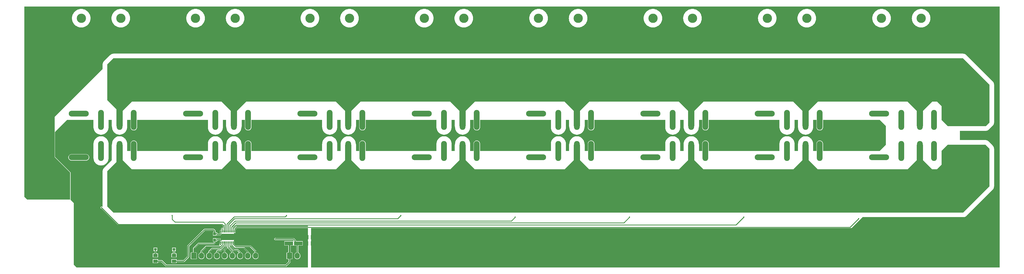
<source format=gtl>
%FSLAX23Y23*%
%MOIN*%
%SFA1B1*%

%IPPOS*%
%AMD15*
4,1,8,-0.012700,-0.005500,0.012700,-0.005500,0.013800,-0.004400,0.013800,0.004400,0.012700,0.005500,-0.012700,0.005500,-0.013800,0.004400,-0.013800,-0.004400,-0.012700,-0.005500,0.0*
1,1,0.002200,-0.012700,-0.004400*
1,1,0.002200,0.012700,-0.004400*
1,1,0.002200,0.012700,0.004400*
1,1,0.002200,-0.012700,0.004400*
%
%AMD16*
4,1,8,-0.005500,0.012700,-0.005500,-0.012700,-0.004400,-0.013800,0.004400,-0.013800,0.005500,-0.012700,0.005500,0.012700,0.004400,0.013800,-0.004400,0.013800,-0.005500,0.012700,0.0*
1,1,0.002200,-0.004400,0.012700*
1,1,0.002200,-0.004400,-0.012700*
1,1,0.002200,0.004400,-0.012700*
1,1,0.002200,0.004400,0.012700*
%
%AMD44*
4,1,8,-0.070900,0.000000,-0.070900,0.000000,-0.031500,-0.039400,0.031500,-0.039400,0.070900,0.000000,0.070900,0.000000,0.031500,0.039400,-0.031500,0.039400,-0.070900,0.000000,0.0*
1,1,0.078740,-0.031500,0.000000*
1,1,0.078740,-0.031500,0.000000*
1,1,0.078740,0.031500,0.000000*
1,1,0.078740,0.031500,0.000000*
%
%AMD45*
4,1,8,-0.070900,0.034600,-0.070900,-0.034600,-0.066100,-0.039400,0.066100,-0.039400,0.070900,-0.034600,0.070900,0.034600,0.066100,0.039400,-0.066100,0.039400,-0.070900,0.034600,0.0*
1,1,0.009440,-0.066100,0.034600*
1,1,0.009440,-0.066100,-0.034600*
1,1,0.009440,0.066100,-0.034600*
1,1,0.009440,0.066100,0.034600*
%
%AMD46*
4,1,8,0.000000,0.038400,0.000000,0.038400,-0.033500,0.004900,-0.033500,-0.004900,0.000000,-0.038400,0.000000,-0.038400,0.033500,-0.004900,0.033500,0.004900,0.000000,0.038400,0.0*
1,1,0.066940,0.000000,0.004900*
1,1,0.066940,0.000000,0.004900*
1,1,0.066940,0.000000,-0.004900*
1,1,0.066940,0.000000,-0.004900*
%
%AMD47*
4,1,8,0.028400,0.038400,-0.028400,0.038400,-0.033500,0.033400,-0.033500,-0.033400,-0.028400,-0.038400,0.028400,-0.038400,0.033500,-0.033400,0.033500,0.033400,0.028400,0.038400,0.0*
1,1,0.010040,0.028400,0.033400*
1,1,0.010040,-0.028400,0.033400*
1,1,0.010040,-0.028400,-0.033400*
1,1,0.010040,0.028400,-0.033400*
%
%ADD14R,0.157480X0.082680*%
G04~CAMADD=15~8~0.0~0.0~275.6~110.2~11.0~0.0~15~0.0~0.0~0.0~0.0~0~0.0~0.0~0.0~0.0~0~0.0~0.0~0.0~180.0~276.0~110.0*
%ADD15D15*%
G04~CAMADD=16~8~0.0~0.0~275.6~110.2~11.0~0.0~15~0.0~0.0~0.0~0.0~0~0.0~0.0~0.0~0.0~0~0.0~0.0~0.0~90.0~110.0~276.0*
%ADD16D16*%
%ADD17R,0.040000X0.055000*%
%ADD18R,0.040000X0.056000*%
%ADD19R,0.105000X0.045000*%
%ADD20R,0.055120X0.038390*%
%ADD21R,0.037400X0.031500*%
%ADD22R,0.035000X0.032280*%
%ADD40C,0.008660*%
%ADD41C,0.013780*%
%ADD42C,0.019680*%
%ADD43C,0.118110*%
G04~CAMADD=44~8~0.0~0.0~787.4~1417.3~393.7~0.0~15~0.0~0.0~0.0~0.0~0~0.0~0.0~0.0~0.0~0~0.0~0.0~0.0~90.0~1418.0~788.0*
%ADD44D44*%
G04~CAMADD=45~8~0.0~0.0~787.4~1417.3~47.2~0.0~15~0.0~0.0~0.0~0.0~0~0.0~0.0~0.0~0.0~0~0.0~0.0~0.0~90.0~1418.0~788.0*
%ADD45D45*%
G04~CAMADD=46~8~0.0~0.0~669.3~767.7~334.7~0.0~15~0.0~0.0~0.0~0.0~0~0.0~0.0~0.0~0.0~0~0.0~0.0~0.0~0.0~669.3~767.7*
%ADD46D46*%
G04~CAMADD=47~8~0.0~0.0~669.3~767.7~50.2~0.0~15~0.0~0.0~0.0~0.0~0~0.0~0.0~0.0~0.0~0~0.0~0.0~0.0~0.0~669.3~767.7*
%ADD47D47*%
%ADD48O,0.072840X0.255910*%
%ADD49O,0.255910X0.072840*%
%ADD50C,0.224410*%
%ADD51C,0.017720*%
%LNbenchy-relays-pcb-1*%
%LPD*%
G36*
X12500Y2539D02*
Y2055D01*
X12452Y2007*
X11968*
X11889Y2086*
Y2263*
X11830Y2322*
X11771*
X11653Y2204*
Y2007*
X11574*
Y2204*
X11456Y2322*
X10314*
X10196Y2204*
Y2007*
X10118*
Y2204*
X10000Y2322*
X8858*
X8740Y2204*
Y2007*
X8661*
Y2204*
X8543Y2322*
X7401*
X7283Y2204*
Y2007*
X7204*
Y2204*
X7086Y2322*
X5944*
X5826Y2204*
Y2007*
X5748*
Y2204*
X5629Y2322*
X4488*
X4370Y2204*
Y2007*
X4291*
Y2204*
X4173Y2322*
X3031*
X2913Y2204*
Y2007*
X2834*
Y2204*
X2716Y2322*
X1574*
X1456Y2204*
Y2007*
X1377*
Y2224*
X1259Y2342*
Y2795*
X1338Y2874*
X12165*
X12500Y2539*
G37*
G36*
X11181Y2007D02*
Y1771D01*
X11102Y1692*
X10380*
Y1784*
X10379Y1787*
X10379Y1790*
X10378Y1794*
X10378Y1797*
X10376Y1800*
X10375Y1803*
X10373Y1806*
X10372Y1808*
X10370Y1811*
X10367Y1813*
X10365Y1815*
X10362Y1817*
X10360Y1819*
X10357Y1821*
X10354Y1822*
X10351Y1823*
X10348Y1824*
X10345Y1825*
X10341Y1825*
X10338Y1825*
X10335Y1825*
X10332Y1825*
X10328Y1824*
X10325Y1823*
X10322Y1822*
X10319Y1821*
X10316Y1819*
X10314Y1817*
X10311Y1815*
X10309Y1813*
X10307Y1811*
X10305Y1808*
X10303Y1806*
X10301Y1803*
X10300Y1800*
X10299Y1797*
X10298Y1794*
X10297Y1790*
X10297Y1787*
X10297Y1784*
Y1692*
X10255*
Y1771*
X10255Y1775*
X10255Y1780*
X10254Y1784*
X10253Y1788*
X10252Y1790*
X10252Y1795*
X10251Y1800*
X10250Y1805*
X10249Y1810*
X10247Y1815*
X10245Y1821*
X10243Y1825*
X10241Y1830*
X10238Y1835*
X10235Y1839*
X10232Y1844*
X10228Y1848*
X10225Y1851*
X10221Y1855*
X10217Y1859*
X10212Y1862*
X10208Y1865*
X10203Y1868*
X10198Y1870*
X10194Y1872*
X10189Y1874*
X10183Y1876*
X10178Y1877*
X10173Y1878*
X10168Y1879*
X10162Y1879*
X10157Y1879*
X10152Y1879*
X10146Y1879*
X10141Y1878*
X10136Y1877*
X10131Y1876*
X10125Y1874*
X10120Y1872*
X10116Y1870*
X10111Y1868*
X10106Y1865*
X10102Y1862*
X10097Y1859*
X10093Y1855*
X10089Y1851*
X10086Y1848*
X10082Y1844*
X10079Y1839*
X10076Y1835*
X10073Y1830*
X10071Y1825*
X10069Y1821*
X10067Y1815*
X10065Y1810*
X10064Y1805*
X10063Y1800*
X10062Y1795*
X10062Y1790*
X10061Y1788*
X10060Y1784*
X10059Y1780*
X10059Y1775*
X10059Y1771*
Y1692*
X10016*
Y1784*
X10016Y1789*
X10016Y1795*
X10015Y1800*
X10014Y1805*
X10013Y1810*
X10011Y1815*
X10009Y1821*
X10007Y1825*
X10004Y1830*
X10002Y1835*
X9999Y1839*
X9995Y1844*
X9992Y1848*
X9988Y1851*
X9984Y1855*
X9980Y1859*
X9976Y1862*
X9972Y1865*
X9967Y1868*
X9962Y1870*
X9957Y1872*
X9952Y1874*
X9947Y1876*
X9942Y1877*
X9937Y1878*
X9931Y1879*
X9926Y1879*
X9921Y1879*
X9915Y1879*
X9910Y1879*
X9905Y1878*
X9900Y1877*
X9894Y1876*
X9889Y1874*
X9884Y1872*
X9879Y1870*
X9875Y1868*
X9870Y1865*
X9865Y1862*
X9861Y1859*
X9857Y1855*
X9853Y1851*
X9850Y1848*
X9846Y1844*
X9843Y1839*
X9840Y1835*
X9837Y1830*
X9835Y1825*
X9833Y1821*
X9831Y1815*
X9829Y1810*
X9828Y1805*
X9827Y1800*
X9826Y1795*
X9825Y1789*
X9825Y1784*
Y1692*
X8923*
Y1784*
X8923Y1787*
X8922Y1790*
X8922Y1794*
X8921Y1797*
X8920Y1800*
X8918Y1803*
X8917Y1806*
X8915Y1808*
X8913Y1811*
X8911Y1813*
X8908Y1815*
X8906Y1817*
X8903Y1819*
X8900Y1821*
X8897Y1822*
X8894Y1823*
X8891Y1824*
X8888Y1825*
X8885Y1825*
X8881Y1825*
X8878Y1825*
X8875Y1825*
X8872Y1824*
X8869Y1823*
X8866Y1822*
X8863Y1821*
X8860Y1819*
X8857Y1817*
X8854Y1815*
X8852Y1813*
X8850Y1811*
X8848Y1808*
X8846Y1806*
X8844Y1803*
X8843Y1800*
X8842Y1797*
X8841Y1794*
X8840Y1790*
X8840Y1787*
X8840Y1784*
Y1692*
X8799*
Y1771*
X8799Y1775*
X8798Y1780*
X8797Y1784*
X8796Y1788*
X8796Y1790*
X8795Y1795*
X8794Y1800*
X8793Y1805*
X8792Y1810*
X8790Y1815*
X8789Y1821*
X8786Y1825*
X8784Y1830*
X8781Y1835*
X8778Y1839*
X8775Y1844*
X8772Y1848*
X8768Y1851*
X8764Y1855*
X8760Y1859*
X8756Y1862*
X8751Y1865*
X8746Y1868*
X8742Y1870*
X8737Y1872*
X8732Y1874*
X8727Y1876*
X8722Y1877*
X8716Y1878*
X8711Y1879*
X8706Y1879*
X8700Y1879*
X8695Y1879*
X8690Y1879*
X8684Y1878*
X8679Y1877*
X8674Y1876*
X8669Y1874*
X8664Y1872*
X8659Y1870*
X8654Y1868*
X8649Y1865*
X8645Y1862*
X8641Y1859*
X8637Y1855*
X8633Y1851*
X8629Y1848*
X8626Y1844*
X8622Y1839*
X8619Y1835*
X8617Y1830*
X8614Y1825*
X8612Y1821*
X8610Y1815*
X8609Y1810*
X8607Y1805*
X8606Y1800*
X8605Y1795*
X8605Y1790*
X8604Y1788*
X8603Y1784*
X8602Y1780*
X8602Y1775*
X8602Y1771*
Y1692*
X8560*
Y1784*
X8559Y1789*
X8559Y1795*
X8558Y1800*
X8557Y1805*
X8556Y1810*
X8554Y1815*
X8552Y1821*
X8550Y1825*
X8548Y1830*
X8545Y1835*
X8542Y1839*
X8539Y1844*
X8535Y1848*
X8532Y1851*
X8528Y1855*
X8524Y1859*
X8519Y1862*
X8515Y1865*
X8510Y1868*
X8506Y1870*
X8501Y1872*
X8496Y1874*
X8491Y1876*
X8485Y1877*
X8480Y1878*
X8475Y1879*
X8469Y1879*
X8464Y1879*
X8459Y1879*
X8453Y1879*
X8448Y1878*
X8443Y1877*
X8438Y1876*
X8433Y1874*
X8428Y1872*
X8423Y1870*
X8418Y1868*
X8413Y1865*
X8409Y1862*
X8405Y1859*
X8400Y1855*
X8397Y1851*
X8393Y1848*
X8389Y1844*
X8386Y1839*
X8383Y1835*
X8380Y1830*
X8378Y1825*
X8376Y1821*
X8374Y1815*
X8372Y1810*
X8371Y1805*
X8370Y1800*
X8369Y1795*
X8369Y1789*
X8369Y1784*
Y1692*
X7466*
Y1784*
X7466Y1787*
X7466Y1790*
X7465Y1794*
X7464Y1797*
X7463Y1800*
X7462Y1803*
X7460Y1806*
X7458Y1808*
X7456Y1811*
X7454Y1813*
X7452Y1815*
X7449Y1817*
X7446Y1819*
X7444Y1821*
X7441Y1822*
X7438Y1823*
X7434Y1824*
X7431Y1825*
X7428Y1825*
X7425Y1825*
X7421Y1825*
X7418Y1825*
X7415Y1824*
X7412Y1823*
X7409Y1822*
X7406Y1821*
X7403Y1819*
X7400Y1817*
X7398Y1815*
X7395Y1813*
X7393Y1811*
X7391Y1808*
X7389Y1806*
X7388Y1803*
X7386Y1800*
X7385Y1797*
X7384Y1794*
X7384Y1790*
X7383Y1787*
X7383Y1784*
Y1692*
X7342*
Y1771*
X7342Y1775*
X7341Y1780*
X7341Y1784*
X7340Y1788*
X7339Y1790*
X7339Y1795*
X7338Y1800*
X7337Y1805*
X7335Y1810*
X7334Y1815*
X7332Y1821*
X7330Y1825*
X7327Y1830*
X7324Y1835*
X7321Y1839*
X7318Y1844*
X7315Y1848*
X7311Y1851*
X7307Y1855*
X7303Y1859*
X7299Y1862*
X7294Y1865*
X7290Y1868*
X7285Y1870*
X7280Y1872*
X7275Y1874*
X7270Y1876*
X7265Y1877*
X7260Y1878*
X7254Y1879*
X7249Y1879*
X7244Y1879*
X7238Y1879*
X7233Y1879*
X7228Y1878*
X7222Y1877*
X7217Y1876*
X7212Y1874*
X7207Y1872*
X7202Y1870*
X7197Y1868*
X7193Y1865*
X7188Y1862*
X7184Y1859*
X7180Y1855*
X7176Y1851*
X7172Y1848*
X7169Y1844*
X7166Y1839*
X7163Y1835*
X7160Y1830*
X7158Y1825*
X7155Y1821*
X7153Y1815*
X7152Y1810*
X7150Y1805*
X7149Y1800*
X7149Y1795*
X7148Y1790*
X7148Y1788*
X7146Y1784*
X7146Y1780*
X7145Y1775*
X7145Y1771*
Y1692*
X7103*
Y1784*
X7103Y1789*
X7102Y1795*
X7102Y1800*
X7100Y1805*
X7099Y1810*
X7098Y1815*
X7096Y1821*
X7093Y1825*
X7091Y1830*
X7088Y1835*
X7085Y1839*
X7082Y1844*
X7079Y1848*
X7075Y1851*
X7071Y1855*
X7067Y1859*
X7063Y1862*
X7058Y1865*
X7054Y1868*
X7049Y1870*
X7044Y1872*
X7039Y1874*
X7034Y1876*
X7029Y1877*
X7023Y1878*
X7018Y1879*
X7013Y1879*
X7007Y1879*
X7002Y1879*
X6997Y1879*
X6991Y1878*
X6986Y1877*
X6981Y1876*
X6976Y1874*
X6971Y1872*
X6966Y1870*
X6961Y1868*
X6957Y1865*
X6952Y1862*
X6948Y1859*
X6944Y1855*
X6940Y1851*
X6936Y1848*
X6933Y1844*
X6929Y1839*
X6927Y1835*
X6924Y1830*
X6921Y1825*
X6919Y1821*
X6917Y1815*
X6916Y1810*
X6914Y1805*
X6913Y1800*
X6912Y1795*
X6912Y1789*
X6912Y1784*
Y1692*
X6009*
Y1784*
X6009Y1787*
X6009Y1790*
X6008Y1794*
X6007Y1797*
X6006Y1800*
X6005Y1803*
X6003Y1806*
X6002Y1808*
X6000Y1811*
X5997Y1813*
X5995Y1815*
X5992Y1817*
X5990Y1819*
X5987Y1821*
X5984Y1822*
X5981Y1823*
X5978Y1824*
X5974Y1825*
X5971Y1825*
X5968Y1825*
X5965Y1825*
X5962Y1825*
X5958Y1824*
X5955Y1823*
X5952Y1822*
X5949Y1821*
X5946Y1819*
X5944Y1817*
X5941Y1815*
X5939Y1813*
X5936Y1811*
X5934Y1808*
X5933Y1806*
X5931Y1803*
X5930Y1800*
X5929Y1797*
X5928Y1794*
X5927Y1790*
X5927Y1787*
X5927Y1784*
Y1692*
X5885*
Y1771*
X5885Y1775*
X5885Y1780*
X5884Y1784*
X5883Y1788*
X5882Y1790*
X5882Y1795*
X5881Y1800*
X5880Y1805*
X5879Y1810*
X5877Y1815*
X5875Y1821*
X5873Y1825*
X5870Y1830*
X5868Y1835*
X5865Y1839*
X5862Y1844*
X5858Y1848*
X5854Y1851*
X5851Y1855*
X5846Y1859*
X5842Y1862*
X5838Y1865*
X5833Y1868*
X5828Y1870*
X5823Y1872*
X5818Y1874*
X5813Y1876*
X5808Y1877*
X5803Y1878*
X5798Y1879*
X5792Y1879*
X5787Y1879*
X5782Y1879*
X5776Y1879*
X5771Y1878*
X5766Y1877*
X5760Y1876*
X5755Y1874*
X5750Y1872*
X5745Y1870*
X5741Y1868*
X5736Y1865*
X5732Y1862*
X5727Y1859*
X5723Y1855*
X5719Y1851*
X5716Y1848*
X5712Y1844*
X5709Y1839*
X5706Y1835*
X5703Y1830*
X5701Y1825*
X5699Y1821*
X5697Y1815*
X5695Y1810*
X5694Y1805*
X5693Y1800*
X5692Y1795*
X5692Y1790*
X5691Y1788*
X5690Y1784*
X5689Y1780*
X5689Y1775*
X5688Y1771*
Y1692*
X5646*
Y1784*
X5646Y1789*
X5646Y1795*
X5645Y1800*
X5644Y1805*
X5642Y1810*
X5641Y1815*
X5639Y1821*
X5637Y1825*
X5634Y1830*
X5632Y1835*
X5629Y1839*
X5625Y1844*
X5622Y1848*
X5618Y1851*
X5614Y1855*
X5610Y1859*
X5606Y1862*
X5601Y1865*
X5597Y1868*
X5592Y1870*
X5587Y1872*
X5582Y1874*
X5577Y1876*
X5572Y1877*
X5567Y1878*
X5561Y1879*
X5556Y1879*
X5551Y1879*
X5545Y1879*
X5540Y1879*
X5535Y1878*
X5529Y1877*
X5524Y1876*
X5519Y1874*
X5514Y1872*
X5509Y1870*
X5504Y1868*
X5500Y1865*
X5495Y1862*
X5491Y1859*
X5487Y1855*
X5483Y1851*
X5479Y1848*
X5476Y1844*
X5473Y1839*
X5470Y1835*
X5467Y1830*
X5465Y1825*
X5462Y1821*
X5461Y1815*
X5459Y1810*
X5458Y1805*
X5457Y1800*
X5456Y1795*
X5455Y1789*
X5455Y1784*
Y1692*
X4553*
Y1784*
X4553Y1787*
X4552Y1790*
X4552Y1794*
X4551Y1797*
X4550Y1800*
X4548Y1803*
X4547Y1806*
X4545Y1808*
X4543Y1811*
X4541Y1813*
X4538Y1815*
X4536Y1817*
X4533Y1819*
X4530Y1821*
X4527Y1822*
X4524Y1823*
X4521Y1824*
X4518Y1825*
X4515Y1825*
X4511Y1825*
X4508Y1825*
X4505Y1825*
X4502Y1824*
X4499Y1823*
X4495Y1822*
X4492Y1821*
X4490Y1819*
X4487Y1817*
X4484Y1815*
X4482Y1813*
X4480Y1811*
X4478Y1808*
X4476Y1806*
X4474Y1803*
X4473Y1800*
X4472Y1797*
X4471Y1794*
X4470Y1790*
X4470Y1787*
X4470Y1784*
Y1692*
X4429*
Y1771*
X4429Y1775*
X4428Y1780*
X4427Y1784*
X4426Y1788*
X4426Y1790*
X4425Y1795*
X4424Y1800*
X4423Y1805*
X4422Y1810*
X4420Y1815*
X4418Y1821*
X4416Y1825*
X4414Y1830*
X4411Y1835*
X4408Y1839*
X4405Y1844*
X4401Y1848*
X4398Y1851*
X4394Y1855*
X4390Y1859*
X4385Y1862*
X4381Y1865*
X4376Y1868*
X4372Y1870*
X4367Y1872*
X4362Y1874*
X4357Y1876*
X4351Y1877*
X4346Y1878*
X4341Y1879*
X4336Y1879*
X4330Y1879*
X4325Y1879*
X4320Y1879*
X4314Y1878*
X4309Y1877*
X4304Y1876*
X4299Y1874*
X4294Y1872*
X4289Y1870*
X4284Y1868*
X4279Y1865*
X4275Y1862*
X4271Y1859*
X4267Y1855*
X4263Y1851*
X4259Y1848*
X4256Y1844*
X4252Y1839*
X4249Y1835*
X4247Y1830*
X4244Y1825*
X4242Y1821*
X4240Y1815*
X4238Y1810*
X4237Y1805*
X4236Y1800*
X4235Y1795*
X4235Y1790*
X4234Y1788*
X4233Y1784*
X4232Y1780*
X4232Y1775*
X4232Y1771*
Y1692*
X4190*
Y1784*
X4189Y1789*
X4189Y1795*
X4188Y1800*
X4187Y1805*
X4186Y1810*
X4184Y1815*
X4182Y1821*
X4180Y1825*
X4178Y1830*
X4175Y1835*
X4172Y1839*
X4169Y1844*
X4165Y1848*
X4162Y1851*
X4158Y1855*
X4154Y1859*
X4149Y1862*
X4145Y1865*
X4140Y1868*
X4135Y1870*
X4131Y1872*
X4126Y1874*
X4120Y1876*
X4115Y1877*
X4110Y1878*
X4105Y1879*
X4099Y1879*
X4094Y1879*
X4089Y1879*
X4083Y1879*
X4078Y1878*
X4073Y1877*
X4068Y1876*
X4062Y1874*
X4057Y1872*
X4053Y1870*
X4048Y1868*
X4043Y1865*
X4039Y1862*
X4034Y1859*
X4030Y1855*
X4026Y1851*
X4023Y1848*
X4019Y1844*
X4016Y1839*
X4013Y1835*
X4010Y1830*
X4008Y1825*
X4006Y1821*
X4004Y1815*
X4002Y1810*
X4001Y1805*
X4000Y1800*
X3999Y1795*
X3999Y1789*
X3998Y1784*
Y1692*
X3096*
Y1784*
X3096Y1787*
X3096Y1790*
X3095Y1794*
X3094Y1797*
X3093Y1800*
X3092Y1803*
X3090Y1806*
X3088Y1808*
X3086Y1811*
X3084Y1813*
X3082Y1815*
X3079Y1817*
X3076Y1819*
X3073Y1821*
X3070Y1822*
X3067Y1823*
X3064Y1824*
X3061Y1825*
X3058Y1825*
X3055Y1825*
X3051Y1825*
X3048Y1825*
X3045Y1824*
X3042Y1823*
X3039Y1822*
X3036Y1821*
X3033Y1819*
X3030Y1817*
X3028Y1815*
X3025Y1813*
X3023Y1811*
X3021Y1808*
X3019Y1806*
X3018Y1803*
X3016Y1800*
X3015Y1797*
X3014Y1794*
X3014Y1790*
X3013Y1787*
X3013Y1784*
Y1692*
X2972*
Y1771*
X2972Y1775*
X2971Y1780*
X2971Y1784*
X2970Y1788*
X2969Y1790*
X2968Y1795*
X2968Y1800*
X2967Y1805*
X2965Y1810*
X2964Y1815*
X2962Y1821*
X2960Y1825*
X2957Y1830*
X2954Y1835*
X2951Y1839*
X2948Y1844*
X2945Y1848*
X2941Y1851*
X2937Y1855*
X2933Y1859*
X2929Y1862*
X2924Y1865*
X2920Y1868*
X2915Y1870*
X2910Y1872*
X2905Y1874*
X2900Y1876*
X2895Y1877*
X2890Y1878*
X2884Y1879*
X2879Y1879*
X2874Y1879*
X2868Y1879*
X2863Y1879*
X2858Y1878*
X2852Y1877*
X2847Y1876*
X2842Y1874*
X2837Y1872*
X2832Y1870*
X2827Y1868*
X2823Y1865*
X2818Y1862*
X2814Y1859*
X2810Y1855*
X2806Y1851*
X2802Y1848*
X2799Y1844*
X2796Y1839*
X2793Y1835*
X2790Y1830*
X2787Y1825*
X2785Y1821*
X2783Y1815*
X2782Y1810*
X2780Y1805*
X2779Y1800*
X2779Y1795*
X2778Y1790*
X2777Y1788*
X2776Y1784*
X2776Y1780*
X2775Y1775*
X2775Y1771*
Y1692*
X2733*
Y1784*
X2733Y1789*
X2732Y1795*
X2731Y1800*
X2730Y1805*
X2729Y1810*
X2727Y1815*
X2726Y1821*
X2723Y1825*
X2721Y1830*
X2718Y1835*
X2715Y1839*
X2712Y1844*
X2709Y1848*
X2705Y1851*
X2701Y1855*
X2697Y1859*
X2693Y1862*
X2688Y1865*
X2684Y1868*
X2679Y1870*
X2674Y1872*
X2669Y1874*
X2664Y1876*
X2659Y1877*
X2653Y1878*
X2648Y1879*
X2643Y1879*
X2637Y1879*
X2632Y1879*
X2627Y1879*
X2621Y1878*
X2616Y1877*
X2611Y1876*
X2606Y1874*
X2601Y1872*
X2596Y1870*
X2591Y1868*
X2586Y1865*
X2582Y1862*
X2578Y1859*
X2574Y1855*
X2570Y1851*
X2566Y1848*
X2563Y1844*
X2559Y1839*
X2556Y1835*
X2554Y1830*
X2551Y1825*
X2549Y1821*
X2547Y1815*
X2546Y1810*
X2544Y1805*
X2543Y1800*
X2542Y1795*
X2542Y1789*
X2542Y1784*
Y1692*
X1639*
Y1784*
X1639Y1787*
X1639Y1790*
X1638Y1794*
X1637Y1797*
X1636Y1800*
X1635Y1803*
X1633Y1806*
X1631Y1808*
X1629Y1811*
X1627Y1813*
X1625Y1815*
X1622Y1817*
X1620Y1819*
X1617Y1821*
X1614Y1822*
X1611Y1823*
X1608Y1824*
X1604Y1825*
X1601Y1825*
X1598Y1825*
X1595Y1825*
X1591Y1825*
X1588Y1824*
X1585Y1823*
X1582Y1822*
X1579Y1821*
X1576Y1819*
X1574Y1817*
X1571Y1815*
X1569Y1813*
X1566Y1811*
X1564Y1808*
X1563Y1806*
X1561Y1803*
X1560Y1800*
X1559Y1797*
X1558Y1794*
X1557Y1790*
X1557Y1787*
X1556Y1784*
Y1692*
X1515*
Y1771*
X1515Y1775*
X1515Y1780*
X1514Y1784*
X1513Y1788*
X1512Y1790*
X1512Y1795*
X1511Y1800*
X1510Y1805*
X1509Y1810*
X1507Y1815*
X1505Y1821*
X1503Y1825*
X1500Y1830*
X1498Y1835*
X1495Y1839*
X1492Y1844*
X1488Y1848*
X1484Y1851*
X1480Y1855*
X1476Y1859*
X1472Y1862*
X1468Y1865*
X1463Y1868*
X1458Y1870*
X1453Y1872*
X1448Y1874*
X1443Y1876*
X1438Y1877*
X1433Y1878*
X1428Y1879*
X1422Y1879*
X1417Y1879*
X1411Y1879*
X1406Y1879*
X1401Y1878*
X1396Y1877*
X1390Y1876*
X1385Y1874*
X1380Y1872*
X1375Y1870*
X1371Y1868*
X1366Y1865*
X1362Y1862*
X1357Y1859*
X1353Y1855*
X1349Y1851*
X1346Y1848*
X1342Y1844*
X1339Y1839*
X1336Y1835*
X1333Y1830*
X1331Y1825*
X1329Y1821*
X1327Y1815*
X1325Y1810*
X1324Y1805*
X1323Y1800*
X1322Y1795*
X1322Y1790*
X1321Y1788*
X1320Y1784*
X1319Y1780*
X1319Y1775*
X1318Y1771*
Y1575*
X1218Y1474*
X1215Y1471*
X1212Y1468*
X1210Y1465*
X1207Y1461*
X1206Y1457*
X1204Y1453*
X1203Y1449*
X1202Y1445*
X1201Y1441*
X1200Y1437*
X1200Y1433*
Y984*
X1200Y981*
X1200Y981*
X1197Y979*
X1196Y980*
X1195Y980*
X1193Y981*
X1191Y982*
X1189Y982*
X1188*
X1186Y982*
X1184Y981*
X1182Y980*
X1181Y980*
X1179Y978*
X1178Y977*
X1177Y976*
X1176Y974*
X1175Y972*
X1175Y971*
X1175Y969*
Y967*
X1175Y965*
X1175Y964*
X1176Y962*
X1177Y960*
X1178Y959*
X1179Y958*
X1181Y956*
X1182Y956*
X1184Y955*
X1186Y954*
X1188Y954*
X1189*
X1394Y749*
X1396Y748*
X1397Y747*
X1398Y747*
X1400Y746*
X1401Y746*
X2719*
X2736Y728*
Y709*
X2735Y708*
X2732Y707*
X2732Y708*
X2730Y709*
X2728Y710*
X2727Y710*
X2725Y710*
X2723*
X2721Y710*
X2719Y710*
X2718Y709*
X2716Y708*
X2715Y707*
X2713Y706*
X2712Y704*
X2711Y702*
X2711Y701*
X2710Y699*
X2710Y697*
Y695*
X2710Y694*
X2711Y692*
X2711Y690*
X2712Y689*
X2713Y687*
X2714Y687*
X2713Y683*
X2712Y682*
X2711Y682*
X2711Y682*
X2702*
X2701Y682*
X2699Y681*
X2698Y681*
X2697Y680*
X2697Y679*
X2696Y678*
X2696Y677*
X2696Y676*
Y650*
X2696Y649*
X2696Y648*
X2697Y647*
X2697Y647*
Y639*
X2692Y634*
X2674*
X2672Y634*
X2670Y637*
X2670Y638*
X2669Y640*
X2669Y641*
X2667Y643*
X2666Y644*
X2665Y645*
X2663Y646*
X2661Y647*
X2660Y647*
X2658Y647*
X2656*
X2655Y647*
X2654Y648*
X2651Y650*
Y655*
X2640*
Y670*
X2640Y672*
X2640Y673*
X2639Y675*
X2638Y677*
X2637Y678*
X2622Y693*
X2621Y694*
X2619Y695*
X2617Y696*
X2616Y696*
X2614Y696*
X2500*
X2498Y696*
X2496Y696*
X2494Y695*
X2492Y694*
X2491Y693*
X2282Y484*
X2281Y483*
X2280Y481*
X2280Y480*
X2279Y478*
X2279Y476*
Y347*
X2229Y297*
X2142*
Y310*
X2077*
Y261*
X2142*
Y274*
X2234*
X2236Y274*
X2238Y274*
X2240Y275*
X2241Y276*
X2243Y277*
X2299Y334*
X2300Y335*
X2301Y337*
X2302Y338*
X2303Y340*
X2303Y342*
Y471*
X2504Y673*
X2609*
X2617Y665*
Y655*
X2606*
Y612*
X2651*
Y617*
X2654Y619*
X2655Y620*
X2656Y620*
X2658*
X2660Y617*
X2661Y616*
X2663Y615*
X2664Y615*
X2665Y614*
X2667Y614*
X2670*
X2670Y614*
X2671Y613*
X2673Y613*
X2674Y613*
X2699*
X2700Y613*
X2702Y613*
X2703Y614*
X2704Y615*
X2704Y616*
X2705Y617*
X2705Y618*
X2705Y619*
Y621*
X2713Y628*
X2714Y629*
X2716Y632*
X2874*
Y642*
X2875Y643*
X2877Y644*
X2878Y644*
X2879Y644*
X2888*
X2889Y644*
X2890Y645*
X2891Y645*
X2892Y646*
X2893Y647*
X2893Y648*
X2894Y649*
X2894Y650*
Y676*
X2894Y677*
X2893Y678*
X2893Y679*
X2893Y679*
Y687*
X2913Y707*
X3818*
Y204*
X869*
X834Y239*
Y1023*
X834Y1026*
X832Y1029*
X793Y1068*
X792Y1069*
X792Y1069*
X792Y1070*
Y1070*
X792Y1070*
X792Y1071*
Y1417*
X792Y1418*
X792Y1419*
X791Y1420*
X790Y1420*
X595Y1616*
Y1934*
X748Y2086*
X1085*
Y1995*
X1085Y1989*
X1086Y1984*
X1086Y1979*
X1087Y1973*
X1089Y1968*
X1090Y1963*
X1092Y1958*
X1095Y1953*
X1097Y1948*
X1100Y1944*
X1103Y1939*
X1106Y1935*
X1109Y1931*
X1113Y1927*
X1117Y1923*
X1121Y1920*
X1125Y1917*
X1130Y1914*
X1134Y1911*
X1139Y1909*
X1144Y1906*
X1149Y1904*
X1154Y1903*
X1159Y1901*
X1165Y1900*
X1170Y1900*
X1175Y1899*
X1181Y1899*
X1186Y1899*
X1191Y1900*
X1197Y1900*
X1202Y1901*
X1207Y1903*
X1212Y1904*
X1217Y1906*
X1222Y1909*
X1227Y1911*
X1231Y1914*
X1236Y1917*
X1240Y1920*
X1244Y1923*
X1248Y1927*
X1252Y1931*
X1255Y1935*
X1259Y1939*
X1261Y1944*
X1264Y1948*
X1267Y1953*
X1269Y1958*
X1271Y1963*
X1272Y1968*
X1274Y1973*
X1275Y1979*
X1276Y1984*
X1276Y1989*
X1276Y1995*
Y2086*
X1318*
Y2007*
X1319Y2003*
X1319Y1999*
X1320Y1995*
X1321Y1991*
X1322Y1988*
X1322Y1984*
X1323Y1979*
X1324Y1973*
X1325Y1968*
X1327Y1963*
X1329Y1958*
X1331Y1953*
X1333Y1948*
X1336Y1944*
X1339Y1939*
X1342Y1935*
X1346Y1931*
X1349Y1927*
X1353Y1923*
X1357Y1920*
X1362Y1917*
X1366Y1914*
X1371Y1911*
X1375Y1909*
X1380Y1906*
X1385Y1904*
X1390Y1903*
X1396Y1901*
X1401Y1900*
X1406Y1900*
X1411Y1899*
X1417Y1899*
X1422Y1899*
X1428Y1900*
X1433Y1900*
X1438Y1901*
X1443Y1903*
X1448Y1904*
X1453Y1906*
X1458Y1909*
X1463Y1911*
X1468Y1914*
X1472Y1917*
X1476Y1920*
X1480Y1923*
X1484Y1927*
X1488Y1931*
X1492Y1935*
X1495Y1939*
X1498Y1944*
X1500Y1948*
X1503Y1953*
X1505Y1958*
X1507Y1963*
X1509Y1968*
X1510Y1973*
X1511Y1979*
X1512Y1984*
X1512Y1988*
X1513Y1991*
X1514Y1995*
X1515Y1999*
X1515Y2003*
X1515Y2007*
Y2086*
X1556*
Y1995*
X1557Y1991*
X1557Y1988*
X1558Y1985*
X1559Y1982*
X1560Y1979*
X1561Y1976*
X1563Y1973*
X1564Y1970*
X1566Y1968*
X1569Y1965*
X1571Y1963*
X1574Y1961*
X1576Y1959*
X1579Y1958*
X1582Y1956*
X1585Y1955*
X1588Y1954*
X1591Y1954*
X1595Y1953*
X1598Y1953*
X1601Y1953*
X1604Y1954*
X1608Y1954*
X1611Y1955*
X1614Y1956*
X1617Y1958*
X1620Y1959*
X1622Y1961*
X1625Y1963*
X1627Y1965*
X1629Y1968*
X1631Y1970*
X1633Y1973*
X1635Y1976*
X1636Y1979*
X1637Y1982*
X1638Y1985*
X1639Y1988*
X1639Y1991*
X1639Y1995*
Y2086*
X2542*
Y1995*
X2542Y1989*
X2542Y1984*
X2543Y1979*
X2544Y1973*
X2546Y1968*
X2547Y1963*
X2549Y1958*
X2551Y1953*
X2554Y1948*
X2556Y1944*
X2559Y1939*
X2563Y1935*
X2566Y1931*
X2570Y1927*
X2574Y1923*
X2578Y1920*
X2582Y1917*
X2586Y1914*
X2591Y1911*
X2596Y1909*
X2601Y1906*
X2606Y1904*
X2611Y1903*
X2616Y1901*
X2621Y1900*
X2627Y1900*
X2632Y1899*
X2637Y1899*
X2643Y1899*
X2648Y1900*
X2653Y1900*
X2659Y1901*
X2664Y1903*
X2669Y1904*
X2674Y1906*
X2679Y1909*
X2684Y1911*
X2688Y1914*
X2693Y1917*
X2697Y1920*
X2701Y1923*
X2705Y1927*
X2709Y1931*
X2712Y1935*
X2715Y1939*
X2718Y1944*
X2721Y1948*
X2723Y1953*
X2726Y1958*
X2727Y1963*
X2729Y1968*
X2730Y1973*
X2731Y1979*
X2732Y1984*
X2733Y1989*
X2733Y1995*
Y2086*
X2775*
Y2007*
X2775Y2003*
X2776Y1999*
X2776Y1995*
X2777Y1991*
X2778Y1988*
X2779Y1984*
X2779Y1979*
X2780Y1973*
X2782Y1968*
X2783Y1963*
X2785Y1958*
X2787Y1953*
X2790Y1948*
X2793Y1944*
X2796Y1939*
X2799Y1935*
X2802Y1931*
X2806Y1927*
X2810Y1923*
X2814Y1920*
X2818Y1917*
X2823Y1914*
X2827Y1911*
X2832Y1909*
X2837Y1906*
X2842Y1904*
X2847Y1903*
X2852Y1901*
X2858Y1900*
X2863Y1900*
X2868Y1899*
X2874Y1899*
X2879Y1899*
X2884Y1900*
X2890Y1900*
X2895Y1901*
X2900Y1903*
X2905Y1904*
X2910Y1906*
X2915Y1909*
X2920Y1911*
X2924Y1914*
X2929Y1917*
X2933Y1920*
X2937Y1923*
X2941Y1927*
X2945Y1931*
X2948Y1935*
X2951Y1939*
X2954Y1944*
X2957Y1948*
X2960Y1953*
X2962Y1958*
X2964Y1963*
X2965Y1968*
X2967Y1973*
X2968Y1979*
X2968Y1984*
X2969Y1988*
X2970Y1991*
X2971Y1995*
X2971Y1999*
X2972Y2003*
X2972Y2007*
Y2086*
X3013*
Y1995*
X3013Y1991*
X3014Y1988*
X3014Y1985*
X3015Y1982*
X3016Y1979*
X3018Y1976*
X3019Y1973*
X3021Y1970*
X3023Y1968*
X3025Y1965*
X3028Y1963*
X3030Y1961*
X3033Y1959*
X3036Y1958*
X3039Y1956*
X3042Y1955*
X3045Y1954*
X3048Y1954*
X3051Y1953*
X3055Y1953*
X3058Y1953*
X3061Y1954*
X3064Y1954*
X3067Y1955*
X3070Y1956*
X3073Y1958*
X3076Y1959*
X3079Y1961*
X3082Y1963*
X3084Y1965*
X3086Y1968*
X3088Y1970*
X3090Y1973*
X3092Y1976*
X3093Y1979*
X3094Y1982*
X3095Y1985*
X3096Y1988*
X3096Y1991*
X3096Y1995*
Y2086*
X3998*
Y1995*
X3999Y1989*
X3999Y1984*
X4000Y1979*
X4001Y1973*
X4002Y1968*
X4004Y1963*
X4006Y1958*
X4008Y1953*
X4010Y1948*
X4013Y1944*
X4016Y1939*
X4019Y1935*
X4023Y1931*
X4026Y1927*
X4030Y1923*
X4034Y1920*
X4039Y1917*
X4043Y1914*
X4048Y1911*
X4053Y1909*
X4057Y1906*
X4062Y1904*
X4068Y1903*
X4073Y1901*
X4078Y1900*
X4083Y1900*
X4089Y1899*
X4094Y1899*
X4099Y1899*
X4105Y1900*
X4110Y1900*
X4115Y1901*
X4120Y1903*
X4126Y1904*
X4131Y1906*
X4135Y1909*
X4140Y1911*
X4145Y1914*
X4149Y1917*
X4154Y1920*
X4158Y1923*
X4162Y1927*
X4165Y1931*
X4169Y1935*
X4172Y1939*
X4175Y1944*
X4178Y1948*
X4180Y1953*
X4182Y1958*
X4184Y1963*
X4186Y1968*
X4187Y1973*
X4188Y1979*
X4189Y1984*
X4189Y1989*
X4190Y1995*
Y2086*
X4232*
Y2007*
X4232Y2003*
X4232Y1999*
X4233Y1995*
X4234Y1991*
X4235Y1988*
X4235Y1984*
X4236Y1979*
X4237Y1973*
X4238Y1968*
X4240Y1963*
X4242Y1958*
X4244Y1953*
X4247Y1948*
X4249Y1944*
X4252Y1939*
X4256Y1935*
X4259Y1931*
X4263Y1927*
X4267Y1923*
X4271Y1920*
X4275Y1917*
X4279Y1914*
X4284Y1911*
X4289Y1909*
X4294Y1906*
X4299Y1904*
X4304Y1903*
X4309Y1901*
X4314Y1900*
X4320Y1900*
X4325Y1899*
X4330Y1899*
X4336Y1899*
X4341Y1900*
X4346Y1900*
X4351Y1901*
X4357Y1903*
X4362Y1904*
X4367Y1906*
X4372Y1909*
X4376Y1911*
X4381Y1914*
X4385Y1917*
X4390Y1920*
X4394Y1923*
X4398Y1927*
X4401Y1931*
X4405Y1935*
X4408Y1939*
X4411Y1944*
X4414Y1948*
X4416Y1953*
X4418Y1958*
X4420Y1963*
X4422Y1968*
X4423Y1973*
X4424Y1979*
X4425Y1984*
X4426Y1988*
X4426Y1991*
X4427Y1995*
X4428Y1999*
X4429Y2003*
X4429Y2007*
Y2086*
X4470*
Y1995*
X4470Y1991*
X4470Y1988*
X4471Y1985*
X4472Y1982*
X4473Y1979*
X4474Y1976*
X4476Y1973*
X4478Y1970*
X4480Y1968*
X4482Y1965*
X4484Y1963*
X4487Y1961*
X4490Y1959*
X4492Y1958*
X4495Y1956*
X4499Y1955*
X4502Y1954*
X4505Y1954*
X4508Y1953*
X4511Y1953*
X4515Y1953*
X4518Y1954*
X4521Y1954*
X4524Y1955*
X4527Y1956*
X4530Y1958*
X4533Y1959*
X4536Y1961*
X4538Y1963*
X4541Y1965*
X4543Y1968*
X4545Y1970*
X4547Y1973*
X4548Y1976*
X4550Y1979*
X4551Y1982*
X4552Y1985*
X4552Y1988*
X4553Y1991*
X4553Y1995*
Y2086*
X5455*
Y1995*
X5455Y1989*
X5456Y1984*
X5457Y1979*
X5458Y1973*
X5459Y1968*
X5461Y1963*
X5462Y1958*
X5465Y1953*
X5467Y1948*
X5470Y1944*
X5473Y1939*
X5476Y1935*
X5479Y1931*
X5483Y1927*
X5487Y1923*
X5491Y1920*
X5495Y1917*
X5500Y1914*
X5504Y1911*
X5509Y1909*
X5514Y1906*
X5519Y1904*
X5524Y1903*
X5529Y1901*
X5535Y1900*
X5540Y1900*
X5545Y1899*
X5551Y1899*
X5556Y1899*
X5561Y1900*
X5567Y1900*
X5572Y1901*
X5577Y1903*
X5582Y1904*
X5587Y1906*
X5592Y1909*
X5597Y1911*
X5601Y1914*
X5606Y1917*
X5610Y1920*
X5614Y1923*
X5618Y1927*
X5622Y1931*
X5625Y1935*
X5629Y1939*
X5632Y1944*
X5634Y1948*
X5637Y1953*
X5639Y1958*
X5641Y1963*
X5642Y1968*
X5644Y1973*
X5645Y1979*
X5646Y1984*
X5646Y1989*
X5646Y1995*
Y2086*
X5688*
Y2007*
X5689Y2003*
X5689Y1999*
X5690Y1995*
X5691Y1991*
X5692Y1988*
X5692Y1984*
X5693Y1979*
X5694Y1973*
X5695Y1968*
X5697Y1963*
X5699Y1958*
X5701Y1953*
X5703Y1948*
X5706Y1944*
X5709Y1939*
X5712Y1935*
X5716Y1931*
X5719Y1927*
X5723Y1923*
X5727Y1920*
X5732Y1917*
X5736Y1914*
X5741Y1911*
X5745Y1909*
X5750Y1906*
X5755Y1904*
X5760Y1903*
X5766Y1901*
X5771Y1900*
X5776Y1900*
X5782Y1899*
X5787Y1899*
X5792Y1899*
X5798Y1900*
X5803Y1900*
X5808Y1901*
X5813Y1903*
X5818Y1904*
X5823Y1906*
X5828Y1909*
X5833Y1911*
X5838Y1914*
X5842Y1917*
X5846Y1920*
X5851Y1923*
X5854Y1927*
X5858Y1931*
X5862Y1935*
X5865Y1939*
X5868Y1944*
X5870Y1948*
X5873Y1953*
X5875Y1958*
X5877Y1963*
X5879Y1968*
X5880Y1973*
X5881Y1979*
X5882Y1984*
X5882Y1988*
X5883Y1991*
X5884Y1995*
X5885Y1999*
X5885Y2003*
X5885Y2007*
Y2086*
X5927*
Y1995*
X5927Y1991*
X5927Y1988*
X5928Y1985*
X5929Y1982*
X5930Y1979*
X5931Y1976*
X5933Y1973*
X5934Y1970*
X5936Y1968*
X5939Y1965*
X5941Y1963*
X5944Y1961*
X5946Y1959*
X5949Y1958*
X5952Y1956*
X5955Y1955*
X5958Y1954*
X5962Y1954*
X5965Y1953*
X5968Y1953*
X5971Y1953*
X5974Y1954*
X5978Y1954*
X5981Y1955*
X5984Y1956*
X5987Y1958*
X5990Y1959*
X5992Y1961*
X5995Y1963*
X5997Y1965*
X6000Y1968*
X6002Y1970*
X6003Y1973*
X6005Y1976*
X6006Y1979*
X6007Y1982*
X6008Y1985*
X6009Y1988*
X6009Y1991*
X6009Y1995*
Y2086*
X6912*
Y1995*
X6912Y1989*
X6912Y1984*
X6913Y1979*
X6914Y1973*
X6916Y1968*
X6917Y1963*
X6919Y1958*
X6921Y1953*
X6924Y1948*
X6927Y1944*
X6929Y1939*
X6933Y1935*
X6936Y1931*
X6940Y1927*
X6944Y1923*
X6948Y1920*
X6952Y1917*
X6957Y1914*
X6961Y1911*
X6966Y1909*
X6971Y1906*
X6976Y1904*
X6981Y1903*
X6986Y1901*
X6991Y1900*
X6997Y1900*
X7002Y1899*
X7007Y1899*
X7013Y1899*
X7018Y1900*
X7023Y1900*
X7029Y1901*
X7034Y1903*
X7039Y1904*
X7044Y1906*
X7049Y1909*
X7054Y1911*
X7058Y1914*
X7063Y1917*
X7067Y1920*
X7071Y1923*
X7075Y1927*
X7079Y1931*
X7082Y1935*
X7085Y1939*
X7088Y1944*
X7091Y1948*
X7093Y1953*
X7096Y1958*
X7098Y1963*
X7099Y1968*
X7100Y1973*
X7102Y1979*
X7102Y1984*
X7103Y1989*
X7103Y1995*
Y2086*
X7145*
Y2007*
X7145Y2003*
X7146Y1999*
X7146Y1995*
X7148Y1991*
X7148Y1988*
X7149Y1984*
X7149Y1979*
X7150Y1973*
X7152Y1968*
X7153Y1963*
X7155Y1958*
X7158Y1953*
X7160Y1948*
X7163Y1944*
X7166Y1939*
X7169Y1935*
X7172Y1931*
X7176Y1927*
X7180Y1923*
X7184Y1920*
X7188Y1917*
X7193Y1914*
X7197Y1911*
X7202Y1909*
X7207Y1906*
X7212Y1904*
X7217Y1903*
X7222Y1901*
X7228Y1900*
X7233Y1900*
X7238Y1899*
X7244Y1899*
X7249Y1899*
X7254Y1900*
X7260Y1900*
X7265Y1901*
X7270Y1903*
X7275Y1904*
X7280Y1906*
X7285Y1909*
X7290Y1911*
X7294Y1914*
X7299Y1917*
X7303Y1920*
X7307Y1923*
X7311Y1927*
X7315Y1931*
X7318Y1935*
X7321Y1939*
X7324Y1944*
X7327Y1948*
X7330Y1953*
X7332Y1958*
X7334Y1963*
X7335Y1968*
X7337Y1973*
X7338Y1979*
X7339Y1984*
X7339Y1988*
X7340Y1991*
X7341Y1995*
X7341Y1999*
X7342Y2003*
X7342Y2007*
Y2086*
X7383*
Y1995*
X7383Y1991*
X7384Y1988*
X7384Y1985*
X7385Y1982*
X7386Y1979*
X7388Y1976*
X7389Y1973*
X7391Y1970*
X7393Y1968*
X7395Y1965*
X7398Y1963*
X7400Y1961*
X7403Y1959*
X7406Y1958*
X7409Y1956*
X7412Y1955*
X7415Y1954*
X7418Y1954*
X7421Y1953*
X7425Y1953*
X7428Y1953*
X7431Y1954*
X7434Y1954*
X7438Y1955*
X7441Y1956*
X7444Y1958*
X7446Y1959*
X7449Y1961*
X7452Y1963*
X7454Y1965*
X7456Y1968*
X7458Y1970*
X7460Y1973*
X7462Y1976*
X7463Y1979*
X7464Y1982*
X7465Y1985*
X7466Y1988*
X7466Y1991*
X7466Y1995*
Y2086*
X8369*
Y1995*
X8369Y1989*
X8369Y1984*
X8370Y1979*
X8371Y1973*
X8372Y1968*
X8374Y1963*
X8376Y1958*
X8378Y1953*
X8380Y1948*
X8383Y1944*
X8386Y1939*
X8389Y1935*
X8393Y1931*
X8397Y1927*
X8400Y1923*
X8405Y1920*
X8409Y1917*
X8413Y1914*
X8418Y1911*
X8423Y1909*
X8428Y1906*
X8433Y1904*
X8438Y1903*
X8443Y1901*
X8448Y1900*
X8453Y1900*
X8459Y1899*
X8464Y1899*
X8469Y1899*
X8475Y1900*
X8480Y1900*
X8485Y1901*
X8491Y1903*
X8496Y1904*
X8501Y1906*
X8506Y1909*
X8510Y1911*
X8515Y1914*
X8519Y1917*
X8524Y1920*
X8528Y1923*
X8532Y1927*
X8535Y1931*
X8539Y1935*
X8542Y1939*
X8545Y1944*
X8548Y1948*
X8550Y1953*
X8552Y1958*
X8554Y1963*
X8556Y1968*
X8557Y1973*
X8558Y1979*
X8559Y1984*
X8559Y1989*
X8560Y1995*
Y2086*
X8602*
Y2007*
X8602Y2003*
X8602Y1999*
X8603Y1995*
X8604Y1991*
X8605Y1988*
X8605Y1984*
X8606Y1979*
X8607Y1973*
X8609Y1968*
X8610Y1963*
X8612Y1958*
X8614Y1953*
X8617Y1948*
X8619Y1944*
X8622Y1939*
X8626Y1935*
X8629Y1931*
X8633Y1927*
X8637Y1923*
X8641Y1920*
X8645Y1917*
X8649Y1914*
X8654Y1911*
X8659Y1909*
X8664Y1906*
X8669Y1904*
X8674Y1903*
X8679Y1901*
X8684Y1900*
X8690Y1900*
X8695Y1899*
X8700Y1899*
X8706Y1899*
X8711Y1900*
X8716Y1900*
X8722Y1901*
X8727Y1903*
X8732Y1904*
X8737Y1906*
X8742Y1909*
X8746Y1911*
X8751Y1914*
X8756Y1917*
X8760Y1920*
X8764Y1923*
X8768Y1927*
X8772Y1931*
X8775Y1935*
X8778Y1939*
X8781Y1944*
X8784Y1948*
X8786Y1953*
X8789Y1958*
X8790Y1963*
X8792Y1968*
X8793Y1973*
X8794Y1979*
X8795Y1984*
X8796Y1988*
X8796Y1991*
X8797Y1995*
X8798Y1999*
X8799Y2003*
X8799Y2007*
Y2086*
X8840*
Y1995*
X8840Y1991*
X8840Y1988*
X8841Y1985*
X8842Y1982*
X8843Y1979*
X8844Y1976*
X8846Y1973*
X8848Y1970*
X8850Y1968*
X8852Y1965*
X8854Y1963*
X8857Y1961*
X8860Y1959*
X8863Y1958*
X8866Y1956*
X8869Y1955*
X8872Y1954*
X8875Y1954*
X8878Y1953*
X8881Y1953*
X8885Y1953*
X8888Y1954*
X8891Y1954*
X8894Y1955*
X8897Y1956*
X8900Y1958*
X8903Y1959*
X8906Y1961*
X8908Y1963*
X8911Y1965*
X8913Y1968*
X8915Y1970*
X8917Y1973*
X8918Y1976*
X8920Y1979*
X8921Y1982*
X8922Y1985*
X8922Y1988*
X8923Y1991*
X8923Y1995*
Y2086*
X9825*
Y1995*
X9825Y1989*
X9826Y1984*
X9827Y1979*
X9828Y1973*
X9829Y1968*
X9831Y1963*
X9833Y1958*
X9835Y1953*
X9837Y1948*
X9840Y1944*
X9843Y1939*
X9846Y1935*
X9850Y1931*
X9853Y1927*
X9857Y1923*
X9861Y1920*
X9865Y1917*
X9870Y1914*
X9875Y1911*
X9879Y1909*
X9884Y1906*
X9889Y1904*
X9894Y1903*
X9900Y1901*
X9905Y1900*
X9910Y1900*
X9915Y1899*
X9921Y1899*
X9926Y1899*
X9931Y1900*
X9937Y1900*
X9942Y1901*
X9947Y1903*
X9952Y1904*
X9957Y1906*
X9962Y1909*
X9967Y1911*
X9972Y1914*
X9976Y1917*
X9980Y1920*
X9984Y1923*
X9988Y1927*
X9992Y1931*
X9995Y1935*
X9999Y1939*
X10002Y1944*
X10004Y1948*
X10007Y1953*
X10009Y1958*
X10011Y1963*
X10013Y1968*
X10014Y1973*
X10015Y1979*
X10016Y1984*
X10016Y1989*
X10016Y1995*
Y2086*
X10059*
Y2007*
X10059Y2003*
X10059Y1999*
X10060Y1995*
X10061Y1991*
X10062Y1988*
X10062Y1984*
X10063Y1979*
X10064Y1973*
X10065Y1968*
X10067Y1963*
X10069Y1958*
X10071Y1953*
X10073Y1948*
X10076Y1944*
X10079Y1939*
X10082Y1935*
X10086Y1931*
X10089Y1927*
X10093Y1923*
X10097Y1920*
X10102Y1917*
X10106Y1914*
X10111Y1911*
X10116Y1909*
X10120Y1906*
X10125Y1904*
X10131Y1903*
X10136Y1901*
X10141Y1900*
X10146Y1900*
X10152Y1899*
X10157Y1899*
X10162Y1899*
X10168Y1900*
X10173Y1900*
X10178Y1901*
X10183Y1903*
X10189Y1904*
X10194Y1906*
X10198Y1909*
X10203Y1911*
X10208Y1914*
X10212Y1917*
X10217Y1920*
X10221Y1923*
X10225Y1927*
X10228Y1931*
X10232Y1935*
X10235Y1939*
X10238Y1944*
X10241Y1948*
X10243Y1953*
X10245Y1958*
X10247Y1963*
X10249Y1968*
X10250Y1973*
X10251Y1979*
X10252Y1984*
X10252Y1988*
X10253Y1991*
X10254Y1995*
X10255Y1999*
X10255Y2003*
X10255Y2007*
Y2086*
X10297*
Y1995*
X10297Y1991*
X10297Y1988*
X10298Y1985*
X10299Y1982*
X10300Y1979*
X10301Y1976*
X10303Y1973*
X10305Y1970*
X10307Y1968*
X10309Y1965*
X10311Y1963*
X10314Y1961*
X10316Y1959*
X10319Y1958*
X10322Y1956*
X10325Y1955*
X10328Y1954*
X10332Y1954*
X10335Y1953*
X10338Y1953*
X10341Y1953*
X10345Y1954*
X10348Y1954*
X10351Y1955*
X10354Y1956*
X10357Y1958*
X10360Y1959*
X10362Y1961*
X10365Y1963*
X10367Y1965*
X10370Y1968*
X10372Y1970*
X10373Y1973*
X10375Y1976*
X10376Y1979*
X10378Y1982*
X10378Y1985*
X10379Y1988*
X10379Y1991*
X10380Y1995*
Y2086*
X11102*
X11181Y2007*
G37*
G36*
X12629Y204D02*
X3858D01*
Y707*
X10724*
X10725Y707*
X10727Y707*
X10728Y708*
X10729Y708*
X10748*
X10885Y846*
X12165*
X12169Y846*
X12173Y847*
X12177Y847*
X12182Y848*
X12186Y850*
X12189Y851*
X12193Y853*
X12197Y855*
X12200Y858*
X12204Y860*
X12207Y863*
X12541Y1198*
X12544Y1201*
X12547Y1204*
X12549Y1208*
X12551Y1211*
X12553Y1215*
X12555Y1219*
X12556Y1223*
X12557Y1227*
X12558Y1231*
X12558Y1235*
X12559Y1240*
Y1720*
X12558Y1724*
X12558Y1728*
X12557Y1733*
X12556Y1737*
X12555Y1741*
X12553Y1745*
X12551Y1748*
X12549Y1752*
X12547Y1755*
X12544Y1759*
X12541Y1762*
X12490Y1813*
X12487Y1816*
X12484Y1818*
X12480Y1821*
X12477Y1823*
X12473Y1825*
X12469Y1827*
X12465Y1828*
X12461Y1829*
X12457Y1830*
X12453Y1830*
X12448Y1830*
X12125*
Y1948*
X12452*
X12456Y1948*
X12461Y1949*
X12465Y1950*
X12469Y1951*
X12473Y1952*
X12477Y1954*
X12481Y1956*
X12484Y1958*
X12488Y1960*
X12491Y1963*
X12494Y1966*
X12541Y2013*
X12544Y2016*
X12547Y2019*
X12549Y2023*
X12551Y2026*
X12553Y2030*
X12555Y2034*
X12556Y2038*
X12557Y2042*
X12558Y2046*
X12558Y2050*
X12559Y2055*
Y2539*
X12558Y2543*
X12558Y2547*
X12557Y2551*
X12556Y2556*
X12555Y2560*
X12553Y2563*
X12551Y2567*
X12549Y2571*
X12547Y2574*
X12544Y2578*
X12541Y2581*
X12207Y2915*
X12204Y2918*
X12200Y2921*
X12197Y2923*
X12193Y2925*
X12189Y2927*
X12186Y2929*
X12182Y2930*
X12177Y2931*
X12173Y2932*
X12169Y2932*
X12165Y2933*
X1338*
X1334Y2932*
X1330Y2932*
X1326Y2931*
X1321Y2930*
X1317Y2929*
X1314Y2927*
X1310Y2925*
X1306Y2923*
X1303Y2921*
X1299Y2918*
X1296Y2915*
X1218Y2837*
X1215Y2833*
X1212Y2830*
X1210Y2827*
X1207Y2823*
X1206Y2819*
X1204Y2815*
X1203Y2811*
X1202Y2807*
X1201Y2803*
X1200Y2799*
X1200Y2795*
Y2736*
X590Y2125*
Y1614*
X787Y1417*
Y1071*
X239*
X204Y1105*
Y3535*
X12629*
Y204*
G37*
G36*
X11653Y1574D02*
X11771Y1456D01*
X11830*
X11889Y1515*
Y1692*
X11968Y1771*
X12448*
X12500Y1720*
Y1240*
X12165Y905*
X1338*
X1259Y984*
Y1433*
X1377Y1551*
Y1771*
X1456*
Y1574*
X1574Y1456*
X2716*
X2834Y1574*
Y1771*
X2913*
Y1574*
X3031Y1456*
X4173*
X4291Y1574*
Y1771*
X4370*
Y1574*
X4488Y1456*
X5629*
X5748Y1574*
Y1771*
X5826*
Y1574*
X5944Y1456*
X7086*
X7204Y1574*
Y1771*
X7283*
Y1574*
X7401Y1456*
X8543*
X8661Y1574*
Y1771*
X8740*
Y1574*
X8858Y1456*
X10000*
X10078Y1535*
X10118Y1574*
Y1771*
X10196*
Y1574*
X10314Y1456*
X11456*
X11535Y1535*
X11574Y1574*
Y1771*
X11653*
Y1574*
G37*
G36*
X2821Y744D02*
X2818Y741D01*
X2817Y741*
X2814Y742*
X2814Y744*
X2817Y748*
X2820*
X2821Y744*
G37*
G36*
X2756Y741D02*
X2753Y739D01*
X2752Y739*
X2748Y744*
X2749Y748*
X2756*
Y741*
G37*
G36*
X2888Y744D02*
X2857Y713D01*
X2856Y713*
X2854Y714*
X2853Y718*
X2883Y748*
X2887*
X2888Y744*
G37*
G36*
X3818Y725D02*
X2909D01*
X2907Y725*
X2906Y725*
X2905Y724*
X2903Y724*
X2902Y723*
X2877Y697*
X2876Y697*
X2873Y699*
X2873Y702*
X2909Y738*
X3818*
Y725*
G37*
%LNbenchy-relays-pcb-2*%
%LPC*%
G36*
X989Y1651D02*
X806D01*
X802Y1651*
X799Y1651*
X796Y1650*
X793Y1649*
X790Y1648*
X787Y1647*
X784Y1645*
X781Y1643*
X779Y1641*
X776Y1639*
X774Y1637*
X772Y1634*
X770Y1631*
X769Y1629*
X767Y1626*
X766Y1623*
X765Y1619*
X765Y1616*
X764Y1613*
X764Y1610*
X764Y1606*
X765Y1603*
X765Y1600*
X766Y1597*
X767Y1594*
X769Y1591*
X770Y1588*
X772Y1585*
X774Y1583*
X776Y1580*
X779Y1578*
X781Y1576*
X784Y1574*
X787Y1573*
X790Y1571*
X793Y1570*
X796Y1569*
X799Y1569*
X802Y1568*
X806Y1568*
X989*
X992Y1568*
X995Y1569*
X998Y1569*
X1001Y1570*
X1005Y1571*
X1007Y1573*
X1010Y1574*
X1013Y1576*
X1016Y1578*
X1018Y1580*
X1020Y1583*
X1022Y1585*
X1024Y1588*
X1026Y1591*
X1027Y1594*
X1028Y1597*
X1029Y1600*
X1030Y1603*
X1030Y1606*
X1030Y1610*
X1030Y1613*
X1030Y1616*
X1029Y1619*
X1028Y1623*
X1027Y1626*
X1026Y1629*
X1024Y1631*
X1022Y1634*
X1020Y1637*
X1018Y1639*
X1016Y1641*
X1013Y1643*
X1010Y1645*
X1007Y1647*
X1005Y1648*
X1001Y1649*
X998Y1650*
X995Y1651*
X992Y1651*
X989Y1651*
G37*
G36*
X1181Y1879D02*
X1175Y1879D01*
X1170Y1879*
X1165Y1878*
X1159Y1877*
X1154Y1876*
X1149Y1874*
X1144Y1872*
X1139Y1870*
X1134Y1868*
X1130Y1865*
X1125Y1862*
X1121Y1859*
X1117Y1855*
X1113Y1851*
X1109Y1848*
X1106Y1844*
X1103Y1839*
X1100Y1835*
X1097Y1830*
X1095Y1825*
X1092Y1821*
X1090Y1815*
X1089Y1810*
X1087Y1805*
X1086Y1800*
X1086Y1795*
X1085Y1789*
X1085Y1784*
Y1601*
X1085Y1596*
X1086Y1590*
X1086Y1585*
X1087Y1580*
X1089Y1574*
X1090Y1569*
X1092Y1564*
X1095Y1559*
X1097Y1555*
X1100Y1550*
X1103Y1546*
X1106Y1541*
X1109Y1537*
X1113Y1533*
X1117Y1530*
X1121Y1526*
X1125Y1523*
X1130Y1520*
X1134Y1517*
X1139Y1515*
X1144Y1513*
X1149Y1511*
X1154Y1509*
X1159Y1508*
X1165Y1507*
X1170Y1506*
X1175Y1506*
X1181Y1505*
X1186Y1506*
X1191Y1506*
X1197Y1507*
X1202Y1508*
X1207Y1509*
X1212Y1511*
X1217Y1513*
X1222Y1515*
X1227Y1517*
X1231Y1520*
X1236Y1523*
X1240Y1526*
X1244Y1530*
X1248Y1533*
X1252Y1537*
X1255Y1541*
X1259Y1546*
X1261Y1550*
X1264Y1555*
X1267Y1559*
X1269Y1564*
X1271Y1569*
X1272Y1574*
X1274Y1580*
X1275Y1585*
X1276Y1590*
X1276Y1596*
X1276Y1601*
Y1784*
X1276Y1789*
X1276Y1795*
X1275Y1800*
X1274Y1805*
X1272Y1810*
X1271Y1815*
X1269Y1821*
X1267Y1825*
X1264Y1830*
X1261Y1835*
X1259Y1839*
X1255Y1844*
X1252Y1848*
X1248Y1851*
X1244Y1855*
X1240Y1859*
X1236Y1862*
X1231Y1865*
X1227Y1868*
X1222Y1870*
X1217Y1872*
X1212Y1874*
X1207Y1876*
X1202Y1877*
X1197Y1878*
X1191Y1879*
X1186Y1879*
X1181Y1879*
G37*
G36*
X2874Y556D02*
X2716D01*
Y546*
X2715Y545*
X2712Y544*
X2712Y544*
X2711Y544*
X2702*
X2701Y544*
X2699Y543*
X2698Y543*
X2697Y542*
X2697Y541*
X2696Y540*
X2696Y539*
X2696Y538*
Y512*
X2696Y511*
X2696Y510*
X2694Y508*
X2693Y507*
X2691Y506*
X2690Y505*
X2689Y503*
X2688Y502*
X2687Y500*
X2687Y498*
X2686Y496*
Y495*
X2687Y493*
X2687Y491*
X2688Y489*
X2689Y488*
X2690Y486*
X2691Y485*
X2691Y485*
X2690Y481*
X2519*
X2518Y481*
X2516Y481*
X2515Y480*
X2514Y480*
X2513Y479*
X2454Y420*
X2453Y418*
X2452Y417*
X2451Y416*
X2451Y414*
X2451Y413*
Y396*
X2450Y396*
X2447Y395*
X2444Y394*
X2441Y392*
X2438Y390*
X2435Y388*
X2433Y386*
X2431Y384*
X2429Y381*
X2427Y378*
X2425Y375*
X2424Y372*
X2423Y369*
X2422Y365*
X2422Y362*
X2422Y359*
Y349*
X2422Y346*
X2422Y342*
X2423Y339*
X2424Y336*
X2425Y333*
X2427Y330*
X2429Y327*
X2431Y324*
X2433Y322*
X2435Y319*
X2438Y317*
X2441Y316*
X2444Y314*
X2447Y313*
X2450Y312*
X2453Y311*
X2457Y311*
X2460Y310*
X2463Y311*
X2467Y311*
X2470Y312*
X2473Y313*
X2476Y314*
X2479Y316*
X2482Y317*
X2485Y319*
X2487Y322*
X2490Y324*
X2492Y327*
X2493Y330*
X2495Y333*
X2496Y336*
X2497Y339*
X2498Y342*
X2498Y346*
X2499Y349*
Y359*
X2498Y362*
X2498Y365*
X2497Y369*
X2496Y372*
X2495Y375*
X2493Y378*
X2492Y381*
X2490Y384*
X2487Y386*
X2485Y388*
X2482Y390*
X2479Y392*
X2476Y394*
X2473Y395*
X2470Y396*
X2469Y396*
Y409*
X2523Y463*
X2704*
X2705Y461*
X2705Y459*
X2700Y454*
X2594*
X2593Y454*
X2591Y453*
X2590Y453*
X2588Y452*
X2587Y451*
X2552Y416*
X2551Y414*
X2550Y413*
X2550Y412*
X2549Y410*
X2549Y409*
Y396*
X2549Y396*
X2545Y395*
X2542Y394*
X2539Y392*
X2536Y390*
X2534Y388*
X2531Y386*
X2529Y384*
X2527Y381*
X2525Y378*
X2524Y375*
X2522Y372*
X2521Y369*
X2521Y365*
X2520Y362*
X2520Y359*
Y349*
X2520Y346*
X2521Y342*
X2521Y339*
X2522Y336*
X2524Y333*
X2525Y330*
X2527Y327*
X2529Y324*
X2531Y322*
X2534Y319*
X2536Y317*
X2539Y316*
X2542Y314*
X2545Y313*
X2549Y312*
X2552Y311*
X2555Y311*
X2559Y310*
X2562Y311*
X2565Y311*
X2569Y312*
X2572Y313*
X2575Y314*
X2578Y316*
X2581Y317*
X2583Y319*
X2586Y322*
X2588Y324*
X2590Y327*
X2592Y330*
X2593Y333*
X2595Y336*
X2596Y339*
X2596Y342*
X2597Y346*
X2597Y349*
Y359*
X2597Y362*
X2596Y365*
X2596Y369*
X2595Y372*
X2593Y375*
X2592Y378*
X2590Y381*
X2588Y384*
X2586Y386*
X2583Y388*
X2581Y390*
X2578Y392*
X2575Y394*
X2572Y395*
X2569Y396*
X2568Y396*
Y405*
X2598Y435*
X2701*
X2702Y431*
X2702Y430*
X2669*
X2667Y430*
X2666Y430*
X2665Y429*
X2663Y428*
X2662Y427*
X2650Y416*
X2649Y414*
X2649Y413*
X2648Y412*
X2648Y410*
X2648Y409*
Y396*
X2647Y396*
X2644Y395*
X2641Y394*
X2638Y392*
X2635Y390*
X2632Y388*
X2630Y386*
X2627Y384*
X2625Y381*
X2624Y378*
X2622Y375*
X2621Y372*
X2620Y369*
X2619Y365*
X2619Y362*
X2618Y359*
Y349*
X2619Y346*
X2619Y342*
X2620Y339*
X2621Y336*
X2622Y333*
X2624Y330*
X2625Y327*
X2627Y324*
X2630Y322*
X2632Y319*
X2635Y317*
X2638Y316*
X2641Y314*
X2644Y313*
X2647Y312*
X2650Y311*
X2654Y311*
X2657Y310*
X2660Y311*
X2664Y311*
X2667Y312*
X2670Y313*
X2673Y314*
X2676Y316*
X2679Y317*
X2682Y319*
X2684Y322*
X2686Y324*
X2689Y327*
X2690Y330*
X2692Y333*
X2693Y336*
X2694Y339*
X2695Y342*
X2695Y346*
X2695Y349*
Y359*
X2695Y362*
X2695Y365*
X2694Y369*
X2693Y372*
X2692Y375*
X2690Y378*
X2689Y381*
X2686Y384*
X2684Y386*
X2682Y388*
X2679Y390*
X2676Y392*
X2673Y394*
X2670Y395*
X2667Y396*
X2666Y396*
Y405*
X2673Y411*
X2708*
X2710Y412*
X2711Y412*
X2712Y412*
X2714Y413*
X2715Y414*
X2772Y471*
X2773Y471*
X2776Y470*
Y462*
X2749Y435*
X2748Y434*
X2747Y433*
X2747Y432*
X2746Y430*
X2746Y429*
Y396*
X2745Y396*
X2742Y395*
X2739Y394*
X2736Y392*
X2733Y390*
X2731Y388*
X2728Y386*
X2726Y384*
X2724Y381*
X2722Y378*
X2721Y375*
X2719Y372*
X2718Y369*
X2717Y365*
X2717Y362*
X2717Y359*
Y349*
X2717Y346*
X2717Y342*
X2718Y339*
X2719Y336*
X2721Y333*
X2722Y330*
X2724Y327*
X2726Y324*
X2728Y322*
X2731Y319*
X2733Y317*
X2736Y316*
X2739Y314*
X2742Y313*
X2745Y312*
X2749Y311*
X2752Y311*
X2755Y310*
X2759Y311*
X2762Y311*
X2765Y312*
X2769Y313*
X2772Y314*
X2775Y316*
X2777Y317*
X2780Y319*
X2783Y322*
X2785Y324*
X2787Y327*
X2789Y330*
X2790Y333*
X2792Y336*
X2793Y339*
X2793Y342*
X2794Y346*
X2794Y349*
Y359*
X2794Y362*
X2793Y365*
X2793Y369*
X2792Y372*
X2790Y375*
X2789Y378*
X2787Y381*
X2785Y384*
X2783Y386*
X2780Y388*
X2777Y390*
X2775Y392*
X2772Y394*
X2769Y395*
X2765Y396*
X2765Y396*
Y425*
X2792Y452*
X2793Y453*
X2793Y453*
X2794Y453*
X2796*
X2797Y453*
X2797Y453*
X2798Y452*
X2844Y405*
Y396*
X2844Y396*
X2841Y395*
X2838Y394*
X2835Y392*
X2832Y390*
X2829Y388*
X2827Y386*
X2824Y384*
X2822Y381*
X2820Y378*
X2819Y375*
X2818Y372*
X2817Y369*
X2816Y365*
X2815Y362*
X2815Y359*
Y349*
X2815Y346*
X2816Y342*
X2817Y339*
X2818Y336*
X2819Y333*
X2820Y330*
X2822Y327*
X2824Y324*
X2827Y322*
X2829Y319*
X2832Y317*
X2835Y316*
X2838Y314*
X2841Y313*
X2844Y312*
X2847Y311*
X2850Y311*
X2854Y310*
X2857Y311*
X2861Y311*
X2864Y312*
X2867Y313*
X2870Y314*
X2873Y316*
X2876Y317*
X2879Y319*
X2881Y322*
X2883Y324*
X2885Y327*
X2887Y330*
X2889Y333*
X2890Y336*
X2891Y339*
X2892Y342*
X2892Y346*
X2892Y349*
Y359*
X2892Y362*
X2892Y365*
X2891Y369*
X2890Y372*
X2889Y375*
X2887Y378*
X2885Y381*
X2883Y384*
X2881Y386*
X2879Y388*
X2876Y390*
X2873Y392*
X2870Y394*
X2867Y395*
X2864Y396*
X2863Y396*
Y409*
X2863Y410*
X2863Y412*
X2862Y413*
X2861Y414*
X2860Y416*
X2814Y462*
Y470*
X2817Y471*
X2818Y471*
X2867Y422*
X2868Y421*
X2869Y420*
X2871Y420*
X2872Y419*
X2874Y419*
X2917*
X2938Y399*
X2937Y394*
X2936Y394*
X2933Y392*
X2930Y390*
X2928Y388*
X2925Y386*
X2923Y384*
X2921Y381*
X2919Y378*
X2917Y375*
X2916Y372*
X2915Y369*
X2914Y365*
X2914Y362*
X2914Y359*
Y349*
X2914Y346*
X2914Y342*
X2915Y339*
X2916Y336*
X2917Y333*
X2919Y330*
X2921Y327*
X2923Y324*
X2925Y322*
X2928Y319*
X2930Y317*
X2933Y316*
X2936Y314*
X2939Y313*
X2942Y312*
X2946Y311*
X2949Y311*
X2952Y310*
X2956Y311*
X2959Y311*
X2962Y312*
X2965Y313*
X2969Y314*
X2972Y316*
X2974Y317*
X2977Y319*
X2979Y322*
X2982Y324*
X2984Y327*
X2986Y330*
X2987Y333*
X2988Y336*
X2989Y339*
X2990Y342*
X2991Y346*
X2991Y349*
Y359*
X2991Y362*
X2990Y365*
X2989Y369*
X2988Y372*
X2987Y375*
X2986Y378*
X2984Y381*
X2982Y384*
X2979Y386*
X2977Y388*
X2974Y390*
X2972Y392*
X2969Y394*
X2965Y395*
X2962Y396*
X2962Y396*
Y397*
X2962Y399*
X2961Y400*
X2961Y401*
X2960Y403*
X2959Y404*
X2927Y435*
X2926Y436*
X2925Y437*
X2924Y438*
X2922Y438*
X2921Y438*
X2877*
X2834Y482*
X2834Y485*
X2837Y487*
X2838Y487*
X2879Y446*
X2880Y445*
X2881Y444*
X2882Y443*
X2884Y443*
X2885Y443*
X3000*
X3041Y401*
Y396*
X3041Y396*
X3038Y395*
X3034Y394*
X3031Y392*
X3029Y390*
X3026Y388*
X3023Y386*
X3021Y384*
X3019Y381*
X3017Y378*
X3016Y375*
X3015Y372*
X3013Y369*
X3013Y365*
X3012Y362*
X3012Y359*
Y349*
X3012Y346*
X3013Y342*
X3013Y339*
X3015Y336*
X3016Y333*
X3017Y330*
X3019Y327*
X3021Y324*
X3023Y322*
X3026Y319*
X3029Y317*
X3031Y316*
X3034Y314*
X3038Y313*
X3041Y312*
X3044Y311*
X3047Y311*
X3051Y310*
X3054Y311*
X3057Y311*
X3061Y312*
X3064Y313*
X3067Y314*
X3070Y316*
X3073Y317*
X3075Y319*
X3078Y322*
X3080Y324*
X3082Y327*
X3084Y330*
X3086Y333*
X3087Y336*
X3088Y339*
X3089Y342*
X3089Y346*
X3089Y349*
Y359*
X3089Y362*
X3089Y365*
X3088Y369*
X3087Y372*
X3086Y375*
X3084Y378*
X3082Y381*
X3080Y384*
X3078Y386*
X3075Y388*
X3073Y390*
X3070Y392*
X3067Y394*
X3064Y395*
X3061Y396*
X3060Y396*
Y405*
X3060Y406*
X3060Y408*
X3059Y409*
X3058Y411*
X3057Y412*
X3010Y459*
X3009Y460*
X3008Y461*
X3006Y461*
X3005Y462*
X3003Y462*
X2892*
X2891Y463*
X2893Y467*
X3078*
X3140Y405*
Y396*
X3139Y396*
X3136Y395*
X3133Y394*
X3130Y392*
X3127Y390*
X3124Y388*
X3122Y386*
X3120Y384*
X3118Y381*
X3116Y378*
X3114Y375*
X3113Y372*
X3112Y369*
X3111Y365*
X3111Y362*
X3111Y359*
Y349*
X3111Y346*
X3111Y342*
X3112Y339*
X3113Y336*
X3114Y333*
X3116Y330*
X3118Y327*
X3120Y324*
X3122Y322*
X3124Y319*
X3127Y317*
X3130Y316*
X3133Y314*
X3136Y313*
X3139Y312*
X3142Y311*
X3146Y311*
X3149Y310*
X3152Y311*
X3156Y311*
X3159Y312*
X3162Y313*
X3165Y314*
X3168Y316*
X3171Y317*
X3174Y319*
X3176Y322*
X3179Y324*
X3181Y327*
X3182Y330*
X3184Y333*
X3185Y336*
X3186Y339*
X3187Y342*
X3187Y346*
X3188Y349*
Y359*
X3187Y362*
X3187Y365*
X3186Y369*
X3185Y372*
X3184Y375*
X3182Y378*
X3181Y381*
X3179Y384*
X3176Y386*
X3174Y388*
X3171Y390*
X3168Y392*
X3165Y394*
X3162Y395*
X3159Y396*
X3158Y396*
Y409*
X3158Y410*
X3158Y412*
X3157Y413*
X3157Y414*
X3156Y416*
X3089Y483*
X3088Y483*
X3086Y484*
X3085Y485*
X3084Y485*
X3082Y485*
X2893*
X2873Y505*
Y509*
X2873Y509*
X2874Y510*
X2874Y511*
X2874Y512*
Y538*
X2874Y539*
X2874Y540*
X2874Y541*
Y556*
G37*
G36*
X2651Y576D02*
X2606D01*
Y533*
X2620*
Y523*
X2614Y517*
X2421*
X2419Y517*
X2418Y516*
X2417Y516*
X2415Y515*
X2414Y514*
X2355Y455*
X2354Y454*
X2353Y453*
X2353Y451*
X2352Y450*
X2352Y448*
Y397*
X2333*
X2332Y397*
X2330Y397*
X2329Y396*
X2327Y395*
X2326Y394*
X2325Y393*
X2324Y392*
X2324Y390*
X2323Y389*
X2323Y387*
Y320*
X2323Y319*
X2324Y317*
X2324Y316*
X2325Y315*
X2326Y313*
X2327Y312*
X2329Y312*
X2330Y311*
X2332Y311*
X2333Y310*
X2390*
X2392Y311*
X2393Y311*
X2395Y312*
X2396Y312*
X2397Y313*
X2398Y315*
X2399Y316*
X2400Y317*
X2400Y319*
X2400Y320*
Y387*
X2400Y389*
X2400Y390*
X2399Y392*
X2398Y393*
X2397Y394*
X2396Y395*
X2395Y396*
X2393Y397*
X2392Y397*
X2390Y397*
X2371*
Y444*
X2425Y498*
X2618*
X2619Y498*
X2621Y498*
X2622Y499*
X2623Y500*
X2624Y501*
X2636Y513*
X2637Y514*
X2638Y515*
X2638Y516*
X2639Y518*
X2639Y519*
Y533*
X2651*
Y538*
X2654Y540*
X2655Y541*
X2656Y541*
X2658*
X2660Y541*
X2661Y541*
X2663Y542*
X2665Y543*
X2666Y544*
X2667Y545*
X2669Y547*
X2669Y548*
X2670Y550*
X2670Y551*
X2672Y554*
X2674Y554*
X2699*
X2700Y554*
X2702Y554*
X2703Y555*
X2704Y556*
X2704Y557*
X2705Y558*
X2705Y559*
X2705Y560*
Y569*
X2705Y570*
X2705Y571*
X2704Y572*
X2704Y573*
X2703Y574*
X2702Y575*
X2700Y575*
X2699Y575*
X2674*
X2673Y575*
X2671Y575*
X2670Y574*
X2670Y574*
X2667*
X2665Y574*
X2664Y573*
X2663Y573*
X2661Y572*
X2660Y571*
X2658Y568*
X2656*
X2655Y568*
X2654Y569*
X2651Y571*
Y576*
G37*
G36*
X3402Y580D02*
X3400D01*
X3398Y580*
X3397Y580*
X3395Y579*
X3393Y578*
X3392Y577*
X3391Y576*
X3390Y574*
X3389Y573*
X3388Y571*
X3387Y569*
X3387Y567*
Y566*
X3387Y564*
X3388Y562*
X3389Y560*
X3390Y559*
X3391Y557*
X3392Y556*
X3393Y555*
X3395Y554*
X3397Y553*
X3398Y553*
X3400Y553*
X3402*
X3404Y553*
X3406Y553*
X3407Y554*
X3408Y555*
X3628*
X3639Y544*
X3638Y540*
X3635*
X3632*
X3631*
X3517*
Y485*
X3567*
Y397*
X3554*
X3552Y397*
X3551Y397*
X3549Y396*
X3548Y395*
X3547Y394*
X3546Y393*
X3545Y392*
X3544Y390*
X3544Y389*
X3544Y387*
Y320*
X3544Y319*
X3544Y317*
X3545Y316*
X3546Y315*
X3547Y313*
X3548Y312*
X3549Y312*
X3551Y311*
X3552Y311*
X3554Y310*
X3570*
Y280*
X3530Y240*
X2016*
X1962Y294*
X1961Y295*
X1959Y296*
X1957Y297*
X1956Y297*
X1954Y297*
X1906*
Y310*
X1841*
Y261*
X1906*
Y274*
X1949*
X2003Y219*
X2004Y218*
X2006Y217*
X2008Y217*
X2009Y216*
X2011Y216*
X3535*
X3537Y216*
X3539Y217*
X3540Y217*
X3542Y218*
X3543Y219*
X3591Y267*
X3592Y268*
X3593Y270*
X3594Y271*
X3594Y273*
X3594Y275*
Y310*
X3611*
X3612Y311*
X3614Y311*
X3615Y312*
X3617Y312*
X3618Y313*
X3619Y315*
X3620Y316*
X3620Y317*
X3621Y319*
X3621Y320*
Y387*
X3621Y389*
X3620Y390*
X3620Y392*
X3619Y393*
X3618Y394*
X3617Y395*
X3615Y396*
X3614Y397*
X3612Y397*
X3611Y397*
X3597*
Y485*
X3631*
X3632*
X3635*
X3636*
X3669*
Y395*
X3667Y395*
X3664Y394*
X3661Y392*
X3659Y390*
X3656Y388*
X3653Y386*
X3651Y384*
X3649Y381*
X3647Y378*
X3646Y375*
X3644Y372*
X3643Y369*
X3643Y365*
X3642Y362*
X3642Y359*
Y349*
X3642Y346*
X3643Y342*
X3643Y339*
X3644Y336*
X3646Y333*
X3647Y330*
X3649Y327*
X3651Y324*
X3653Y322*
X3656Y319*
X3659Y317*
X3661Y316*
X3664Y314*
X3667Y313*
X3671Y312*
X3674Y311*
X3677Y311*
X3681Y310*
X3684Y311*
X3687Y311*
X3691Y312*
X3694Y313*
X3697Y314*
X3700Y316*
X3703Y317*
X3705Y319*
X3708Y322*
X3710Y324*
X3712Y327*
X3714Y330*
X3716Y333*
X3717Y336*
X3718Y339*
X3719Y342*
X3719Y346*
X3719Y349*
Y359*
X3719Y362*
X3719Y365*
X3718Y369*
X3717Y372*
X3716Y375*
X3714Y378*
X3712Y381*
X3710Y384*
X3708Y386*
X3705Y388*
X3703Y390*
X3700Y392*
X3697Y394*
X3694Y395*
X3693Y395*
Y485*
X3750*
Y540*
X3665*
Y547*
X3665Y549*
X3664Y550*
X3664Y552*
X3663Y554*
X3661Y555*
X3642Y575*
X3640Y576*
X3639Y577*
X3637Y578*
X3635Y578*
X3633Y578*
X3408*
X3407Y579*
X3406Y580*
X3404Y580*
X3402Y580*
G37*
G36*
X2133Y456D02*
X2086D01*
Y415*
X2098*
Y383*
X2077*
Y335*
X2142*
Y383*
X2122*
Y415*
X2133*
Y456*
G37*
G36*
X1897D02*
X1850D01*
Y415*
X1862*
Y383*
X1841*
Y335*
X1906*
Y383*
X1885*
Y415*
X1897*
Y456*
G37*
G36*
X11632Y3503D02*
X11627D01*
X11621Y3503*
X11615Y3503*
X11609Y3502*
X11604Y3501*
X11598Y3499*
X11592Y3498*
X11587Y3496*
X11582Y3493*
X11576Y3491*
X11571Y3488*
X11566Y3485*
X11561Y3482*
X11557Y3478*
X11552Y3475*
X11548Y3471*
X11544Y3467*
X11540Y3463*
X11536Y3458*
X11533Y3453*
X11530Y3449*
X11527Y3444*
X11524Y3438*
X11521Y3433*
X11519Y3428*
X11517Y3422*
X11516Y3417*
X11514Y3411*
X11513Y3406*
X11512Y3400*
X11512Y3394*
X11511Y3388*
Y3382*
X11512Y3377*
X11512Y3371*
X11513Y3365*
X11514Y3359*
X11516Y3354*
X11517Y3348*
X11519Y3343*
X11521Y3337*
X11524Y3332*
X11527Y3327*
X11530Y3322*
X11533Y3317*
X11536Y3313*
X11540Y3308*
X11544Y3304*
X11548Y3300*
X11552Y3296*
X11557Y3292*
X11561Y3289*
X11566Y3286*
X11571Y3283*
X11576Y3280*
X11582Y3277*
X11587Y3275*
X11592Y3273*
X11598Y3271*
X11604Y3270*
X11609Y3269*
X11615Y3268*
X11621Y3268*
X11627Y3267*
X11632*
X11638Y3268*
X11644Y3268*
X11650Y3269*
X11655Y3270*
X11661Y3271*
X11666Y3273*
X11672Y3275*
X11677Y3277*
X11683Y3280*
X11688Y3283*
X11693Y3286*
X11697Y3289*
X11702Y3292*
X11707Y3296*
X11711Y3300*
X11715Y3304*
X11719Y3308*
X11723Y3313*
X11726Y3317*
X11729Y3322*
X11732Y3327*
X11735Y3332*
X11737Y3337*
X11740Y3343*
X11742Y3348*
X11743Y3354*
X11745Y3359*
X11746Y3365*
X11747Y3371*
X11747Y3377*
X11748Y3382*
Y3388*
X11747Y3394*
X11747Y3400*
X11746Y3406*
X11745Y3411*
X11743Y3417*
X11742Y3422*
X11740Y3428*
X11737Y3433*
X11735Y3438*
X11732Y3444*
X11729Y3449*
X11726Y3453*
X11723Y3458*
X11719Y3463*
X11715Y3467*
X11711Y3471*
X11707Y3475*
X11702Y3478*
X11697Y3482*
X11693Y3485*
X11688Y3488*
X11683Y3491*
X11677Y3493*
X11672Y3496*
X11666Y3498*
X11661Y3499*
X11655Y3501*
X11650Y3502*
X11644Y3503*
X11638Y3503*
X11632Y3503*
G37*
G36*
X11128D02*
X11123D01*
X11117Y3503*
X11111Y3503*
X11105Y3502*
X11100Y3501*
X11094Y3499*
X11088Y3498*
X11083Y3496*
X11078Y3493*
X11072Y3491*
X11067Y3488*
X11062Y3485*
X11057Y3482*
X11053Y3478*
X11048Y3475*
X11044Y3471*
X11040Y3467*
X11036Y3463*
X11032Y3458*
X11029Y3453*
X11026Y3449*
X11023Y3444*
X11020Y3438*
X11017Y3433*
X11015Y3428*
X11013Y3422*
X11012Y3417*
X11010Y3411*
X11009Y3406*
X11008Y3400*
X11008Y3394*
X11007Y3388*
Y3382*
X11008Y3377*
X11008Y3371*
X11009Y3365*
X11010Y3359*
X11012Y3354*
X11013Y3348*
X11015Y3343*
X11017Y3337*
X11020Y3332*
X11023Y3327*
X11026Y3322*
X11029Y3317*
X11032Y3313*
X11036Y3308*
X11040Y3304*
X11044Y3300*
X11048Y3296*
X11053Y3292*
X11057Y3289*
X11062Y3286*
X11067Y3283*
X11072Y3280*
X11078Y3277*
X11083Y3275*
X11088Y3273*
X11094Y3271*
X11100Y3270*
X11105Y3269*
X11111Y3268*
X11117Y3268*
X11123Y3267*
X11128*
X11134Y3268*
X11140Y3268*
X11146Y3269*
X11151Y3270*
X11157Y3271*
X11163Y3273*
X11168Y3275*
X11173Y3277*
X11179Y3280*
X11184Y3283*
X11189Y3286*
X11194Y3289*
X11198Y3292*
X11203Y3296*
X11207Y3300*
X11211Y3304*
X11215Y3308*
X11219Y3313*
X11222Y3317*
X11225Y3322*
X11228Y3327*
X11231Y3332*
X11233Y3337*
X11236Y3343*
X11238Y3348*
X11239Y3354*
X11241Y3359*
X11242Y3365*
X11243Y3371*
X11243Y3377*
X11244Y3382*
Y3388*
X11243Y3394*
X11243Y3400*
X11242Y3406*
X11241Y3411*
X11239Y3417*
X11238Y3422*
X11236Y3428*
X11233Y3433*
X11231Y3438*
X11228Y3444*
X11225Y3449*
X11222Y3453*
X11219Y3458*
X11215Y3463*
X11211Y3467*
X11207Y3471*
X11203Y3475*
X11198Y3478*
X11194Y3482*
X11189Y3485*
X11184Y3488*
X11179Y3491*
X11173Y3493*
X11168Y3496*
X11163Y3498*
X11157Y3499*
X11151Y3501*
X11146Y3502*
X11140Y3503*
X11134Y3503*
X11128Y3503*
G37*
G36*
X10176D02*
X10170D01*
X10164Y3503*
X10158Y3503*
X10153Y3502*
X10147Y3501*
X10141Y3499*
X10136Y3498*
X10130Y3496*
X10125Y3493*
X10120Y3491*
X10114Y3488*
X10110Y3485*
X10105Y3482*
X10100Y3478*
X10096Y3475*
X10091Y3471*
X10087Y3467*
X10083Y3463*
X10080Y3458*
X10076Y3453*
X10073Y3449*
X10070Y3444*
X10067Y3438*
X10065Y3433*
X10063Y3428*
X10061Y3422*
X10059Y3417*
X10057Y3411*
X10056Y3406*
X10055Y3400*
X10055Y3394*
X10055Y3388*
Y3382*
X10055Y3377*
X10055Y3371*
X10056Y3365*
X10057Y3359*
X10059Y3354*
X10061Y3348*
X10063Y3343*
X10065Y3337*
X10067Y3332*
X10070Y3327*
X10073Y3322*
X10076Y3317*
X10080Y3313*
X10083Y3308*
X10087Y3304*
X10091Y3300*
X10096Y3296*
X10100Y3292*
X10105Y3289*
X10110Y3286*
X10114Y3283*
X10120Y3280*
X10125Y3277*
X10130Y3275*
X10136Y3273*
X10141Y3271*
X10147Y3270*
X10153Y3269*
X10158Y3268*
X10164Y3268*
X10170Y3267*
X10176*
X10181Y3268*
X10187Y3268*
X10193Y3269*
X10199Y3270*
X10204Y3271*
X10210Y3273*
X10215Y3275*
X10221Y3277*
X10226Y3280*
X10231Y3283*
X10236Y3286*
X10241Y3289*
X10245Y3292*
X10250Y3296*
X10254Y3300*
X10258Y3304*
X10262Y3308*
X10266Y3313*
X10269Y3317*
X10273Y3322*
X10276Y3327*
X10278Y3332*
X10281Y3337*
X10283Y3343*
X10285Y3348*
X10287Y3354*
X10288Y3359*
X10289Y3365*
X10290Y3371*
X10291Y3377*
X10291Y3382*
Y3388*
X10291Y3394*
X10290Y3400*
X10289Y3406*
X10288Y3411*
X10287Y3417*
X10285Y3422*
X10283Y3428*
X10281Y3433*
X10278Y3438*
X10276Y3444*
X10273Y3449*
X10269Y3453*
X10266Y3458*
X10262Y3463*
X10258Y3467*
X10254Y3471*
X10250Y3475*
X10245Y3478*
X10241Y3482*
X10236Y3485*
X10231Y3488*
X10226Y3491*
X10221Y3493*
X10215Y3496*
X10210Y3498*
X10204Y3499*
X10199Y3501*
X10193Y3502*
X10187Y3503*
X10181Y3503*
X10176Y3503*
G37*
G36*
X9672D02*
X9666D01*
X9660Y3503*
X9654Y3503*
X9649Y3502*
X9643Y3501*
X9637Y3499*
X9632Y3498*
X9626Y3496*
X9621Y3493*
X9616Y3491*
X9611Y3488*
X9606Y3485*
X9601Y3482*
X9596Y3478*
X9592Y3475*
X9587Y3471*
X9583Y3467*
X9579Y3463*
X9576Y3458*
X9572Y3453*
X9569Y3449*
X9566Y3444*
X9563Y3438*
X9561Y3433*
X9559Y3428*
X9557Y3422*
X9555Y3417*
X9554Y3411*
X9552Y3406*
X9552Y3400*
X9551Y3394*
X9551Y3388*
Y3382*
X9551Y3377*
X9552Y3371*
X9552Y3365*
X9554Y3359*
X9555Y3354*
X9557Y3348*
X9559Y3343*
X9561Y3337*
X9563Y3332*
X9566Y3327*
X9569Y3322*
X9572Y3317*
X9576Y3313*
X9579Y3308*
X9583Y3304*
X9587Y3300*
X9592Y3296*
X9596Y3292*
X9601Y3289*
X9606Y3286*
X9611Y3283*
X9616Y3280*
X9621Y3277*
X9626Y3275*
X9632Y3273*
X9637Y3271*
X9643Y3270*
X9649Y3269*
X9654Y3268*
X9660Y3268*
X9666Y3267*
X9672*
X9677Y3268*
X9683Y3268*
X9689Y3269*
X9695Y3270*
X9700Y3271*
X9706Y3273*
X9711Y3275*
X9717Y3277*
X9722Y3280*
X9727Y3283*
X9732Y3286*
X9737Y3289*
X9741Y3292*
X9746Y3296*
X9750Y3300*
X9754Y3304*
X9758Y3308*
X9762Y3313*
X9765Y3317*
X9769Y3322*
X9772Y3327*
X9774Y3332*
X9777Y3337*
X9779Y3343*
X9781Y3348*
X9783Y3354*
X9784Y3359*
X9785Y3365*
X9786Y3371*
X9787Y3377*
X9787Y3382*
Y3388*
X9787Y3394*
X9786Y3400*
X9785Y3406*
X9784Y3411*
X9783Y3417*
X9781Y3422*
X9779Y3428*
X9777Y3433*
X9774Y3438*
X9772Y3444*
X9769Y3449*
X9765Y3453*
X9762Y3458*
X9758Y3463*
X9754Y3467*
X9750Y3471*
X9746Y3475*
X9741Y3478*
X9737Y3482*
X9732Y3485*
X9727Y3488*
X9722Y3491*
X9717Y3493*
X9711Y3496*
X9706Y3498*
X9700Y3499*
X9695Y3501*
X9689Y3502*
X9683Y3503*
X9677Y3503*
X9672Y3503*
G37*
G36*
X8719D02*
X8713D01*
X8707Y3503*
X8702Y3503*
X8696Y3502*
X8690Y3501*
X8685Y3499*
X8679Y3498*
X8674Y3496*
X8668Y3493*
X8663Y3491*
X8658Y3488*
X8653Y3485*
X8648Y3482*
X8643Y3478*
X8639Y3475*
X8635Y3471*
X8630Y3467*
X8627Y3463*
X8623Y3458*
X8619Y3453*
X8616Y3449*
X8613Y3444*
X8611Y3438*
X8608Y3433*
X8606Y3428*
X8604Y3422*
X8602Y3417*
X8601Y3411*
X8600Y3406*
X8599Y3400*
X8598Y3394*
X8598Y3388*
Y3382*
X8598Y3377*
X8599Y3371*
X8600Y3365*
X8601Y3359*
X8602Y3354*
X8604Y3348*
X8606Y3343*
X8608Y3337*
X8611Y3332*
X8613Y3327*
X8616Y3322*
X8619Y3317*
X8623Y3313*
X8627Y3308*
X8630Y3304*
X8635Y3300*
X8639Y3296*
X8643Y3292*
X8648Y3289*
X8653Y3286*
X8658Y3283*
X8663Y3280*
X8668Y3277*
X8674Y3275*
X8679Y3273*
X8685Y3271*
X8690Y3270*
X8696Y3269*
X8702Y3268*
X8707Y3268*
X8713Y3267*
X8719*
X8725Y3268*
X8731Y3268*
X8736Y3269*
X8742Y3270*
X8748Y3271*
X8753Y3273*
X8759Y3275*
X8764Y3277*
X8769Y3280*
X8774Y3283*
X8779Y3286*
X8784Y3289*
X8789Y3292*
X8793Y3296*
X8798Y3300*
X8802Y3304*
X8806Y3308*
X8809Y3313*
X8813Y3317*
X8816Y3322*
X8819Y3327*
X8822Y3332*
X8824Y3337*
X8826Y3343*
X8828Y3348*
X8830Y3354*
X8831Y3359*
X8832Y3365*
X8833Y3371*
X8834Y3377*
X8834Y3382*
Y3388*
X8834Y3394*
X8833Y3400*
X8832Y3406*
X8831Y3411*
X8830Y3417*
X8828Y3422*
X8826Y3428*
X8824Y3433*
X8822Y3438*
X8819Y3444*
X8816Y3449*
X8813Y3453*
X8809Y3458*
X8806Y3463*
X8802Y3467*
X8798Y3471*
X8793Y3475*
X8789Y3478*
X8784Y3482*
X8779Y3485*
X8774Y3488*
X8769Y3491*
X8764Y3493*
X8759Y3496*
X8753Y3498*
X8748Y3499*
X8742Y3501*
X8736Y3502*
X8731Y3503*
X8725Y3503*
X8719Y3503*
G37*
G36*
X8215D02*
X8209D01*
X8203Y3503*
X8198Y3503*
X8192Y3502*
X8186Y3501*
X8181Y3499*
X8175Y3498*
X8170Y3496*
X8164Y3493*
X8159Y3491*
X8154Y3488*
X8149Y3485*
X8144Y3482*
X8139Y3478*
X8135Y3475*
X8131Y3471*
X8127Y3467*
X8123Y3463*
X8119Y3458*
X8116Y3453*
X8112Y3449*
X8109Y3444*
X8107Y3438*
X8104Y3433*
X8102Y3428*
X8100Y3422*
X8098Y3417*
X8097Y3411*
X8096Y3406*
X8095Y3400*
X8094Y3394*
X8094Y3388*
Y3382*
X8094Y3377*
X8095Y3371*
X8096Y3365*
X8097Y3359*
X8098Y3354*
X8100Y3348*
X8102Y3343*
X8104Y3337*
X8107Y3332*
X8109Y3327*
X8112Y3322*
X8116Y3317*
X8119Y3313*
X8123Y3308*
X8127Y3304*
X8131Y3300*
X8135Y3296*
X8139Y3292*
X8144Y3289*
X8149Y3286*
X8154Y3283*
X8159Y3280*
X8164Y3277*
X8170Y3275*
X8175Y3273*
X8181Y3271*
X8186Y3270*
X8192Y3269*
X8198Y3268*
X8203Y3268*
X8209Y3267*
X8215*
X8221Y3268*
X8227Y3268*
X8232Y3269*
X8238Y3270*
X8244Y3271*
X8249Y3273*
X8255Y3275*
X8260Y3277*
X8265Y3280*
X8270Y3283*
X8275Y3286*
X8280Y3289*
X8285Y3292*
X8289Y3296*
X8294Y3300*
X8298Y3304*
X8302Y3308*
X8305Y3313*
X8309Y3317*
X8312Y3322*
X8315Y3327*
X8318Y3332*
X8320Y3337*
X8322Y3343*
X8324Y3348*
X8326Y3354*
X8327Y3359*
X8329Y3365*
X8329Y3371*
X8330Y3377*
X8330Y3382*
Y3388*
X8330Y3394*
X8329Y3400*
X8329Y3406*
X8327Y3411*
X8326Y3417*
X8324Y3422*
X8322Y3428*
X8320Y3433*
X8318Y3438*
X8315Y3444*
X8312Y3449*
X8309Y3453*
X8305Y3458*
X8302Y3463*
X8298Y3467*
X8294Y3471*
X8289Y3475*
X8285Y3478*
X8280Y3482*
X8275Y3485*
X8270Y3488*
X8265Y3491*
X8260Y3493*
X8255Y3496*
X8249Y3498*
X8244Y3499*
X8238Y3501*
X8232Y3502*
X8227Y3503*
X8221Y3503*
X8215Y3503*
G37*
G36*
X7262D02*
X7256D01*
X7251Y3503*
X7245Y3503*
X7239Y3502*
X7233Y3501*
X7228Y3499*
X7222Y3498*
X7217Y3496*
X7211Y3493*
X7206Y3491*
X7201Y3488*
X7196Y3485*
X7191Y3482*
X7187Y3478*
X7182Y3475*
X7178Y3471*
X7174Y3467*
X7170Y3463*
X7166Y3458*
X7163Y3453*
X7160Y3449*
X7157Y3444*
X7154Y3438*
X7151Y3433*
X7149Y3428*
X7147Y3422*
X7145Y3417*
X7144Y3411*
X7143Y3406*
X7142Y3400*
X7142Y3394*
X7141Y3388*
Y3382*
X7142Y3377*
X7142Y3371*
X7143Y3365*
X7144Y3359*
X7145Y3354*
X7147Y3348*
X7149Y3343*
X7151Y3337*
X7154Y3332*
X7157Y3327*
X7160Y3322*
X7163Y3317*
X7166Y3313*
X7170Y3308*
X7174Y3304*
X7178Y3300*
X7182Y3296*
X7187Y3292*
X7191Y3289*
X7196Y3286*
X7201Y3283*
X7206Y3280*
X7211Y3277*
X7217Y3275*
X7222Y3273*
X7228Y3271*
X7233Y3270*
X7239Y3269*
X7245Y3268*
X7251Y3268*
X7256Y3267*
X7262*
X7268Y3268*
X7274Y3268*
X7280Y3269*
X7285Y3270*
X7291Y3271*
X7296Y3273*
X7302Y3275*
X7307Y3277*
X7312Y3280*
X7318Y3283*
X7323Y3286*
X7327Y3289*
X7332Y3292*
X7337Y3296*
X7341Y3300*
X7345Y3304*
X7349Y3308*
X7352Y3313*
X7356Y3317*
X7359Y3322*
X7362Y3327*
X7365Y3332*
X7367Y3337*
X7370Y3343*
X7372Y3348*
X7373Y3354*
X7375Y3359*
X7376Y3365*
X7377Y3371*
X7377Y3377*
X7377Y3382*
Y3388*
X7377Y3394*
X7377Y3400*
X7376Y3406*
X7375Y3411*
X7373Y3417*
X7372Y3422*
X7370Y3428*
X7367Y3433*
X7365Y3438*
X7362Y3444*
X7359Y3449*
X7356Y3453*
X7352Y3458*
X7349Y3463*
X7345Y3467*
X7341Y3471*
X7337Y3475*
X7332Y3478*
X7327Y3482*
X7323Y3485*
X7318Y3488*
X7312Y3491*
X7307Y3493*
X7302Y3496*
X7296Y3498*
X7291Y3499*
X7285Y3501*
X7280Y3502*
X7274Y3503*
X7268Y3503*
X7262Y3503*
G37*
G36*
X6758D02*
X6753D01*
X6747Y3503*
X6741Y3503*
X6735Y3502*
X6730Y3501*
X6724Y3499*
X6718Y3498*
X6713Y3496*
X6708Y3493*
X6702Y3491*
X6697Y3488*
X6692Y3485*
X6687Y3482*
X6683Y3478*
X6678Y3475*
X6674Y3471*
X6670Y3467*
X6666Y3463*
X6662Y3458*
X6659Y3453*
X6656Y3449*
X6653Y3444*
X6650Y3438*
X6647Y3433*
X6645Y3428*
X6643Y3422*
X6642Y3417*
X6640Y3411*
X6639Y3406*
X6638Y3400*
X6638Y3394*
X6637Y3388*
Y3382*
X6638Y3377*
X6638Y3371*
X6639Y3365*
X6640Y3359*
X6642Y3354*
X6643Y3348*
X6645Y3343*
X6647Y3337*
X6650Y3332*
X6653Y3327*
X6656Y3322*
X6659Y3317*
X6662Y3313*
X6666Y3308*
X6670Y3304*
X6674Y3300*
X6678Y3296*
X6683Y3292*
X6687Y3289*
X6692Y3286*
X6697Y3283*
X6702Y3280*
X6708Y3277*
X6713Y3275*
X6718Y3273*
X6724Y3271*
X6730Y3270*
X6735Y3269*
X6741Y3268*
X6747Y3268*
X6753Y3267*
X6758*
X6764Y3268*
X6770Y3268*
X6776Y3269*
X6781Y3270*
X6787Y3271*
X6792Y3273*
X6798Y3275*
X6803Y3277*
X6809Y3280*
X6814Y3283*
X6819Y3286*
X6823Y3289*
X6828Y3292*
X6833Y3296*
X6837Y3300*
X6841Y3304*
X6845Y3308*
X6849Y3313*
X6852Y3317*
X6855Y3322*
X6858Y3327*
X6861Y3332*
X6863Y3337*
X6866Y3343*
X6868Y3348*
X6869Y3354*
X6871Y3359*
X6872Y3365*
X6873Y3371*
X6873Y3377*
X6874Y3382*
Y3388*
X6873Y3394*
X6873Y3400*
X6872Y3406*
X6871Y3411*
X6869Y3417*
X6868Y3422*
X6866Y3428*
X6863Y3433*
X6861Y3438*
X6858Y3444*
X6855Y3449*
X6852Y3453*
X6849Y3458*
X6845Y3463*
X6841Y3467*
X6837Y3471*
X6833Y3475*
X6828Y3478*
X6823Y3482*
X6819Y3485*
X6814Y3488*
X6809Y3491*
X6803Y3493*
X6798Y3496*
X6792Y3498*
X6787Y3499*
X6781Y3501*
X6776Y3502*
X6770Y3503*
X6764Y3503*
X6758Y3503*
G37*
G36*
X5806D02*
X5800D01*
X5794Y3503*
X5788Y3503*
X5782Y3502*
X5777Y3501*
X5771Y3499*
X5766Y3498*
X5760Y3496*
X5755Y3493*
X5750Y3491*
X5744Y3488*
X5739Y3485*
X5735Y3482*
X5730Y3478*
X5725Y3475*
X5721Y3471*
X5717Y3467*
X5713Y3463*
X5710Y3458*
X5706Y3453*
X5703Y3449*
X5700Y3444*
X5697Y3438*
X5695Y3433*
X5692Y3428*
X5690Y3422*
X5689Y3417*
X5687Y3411*
X5686Y3406*
X5685Y3400*
X5685Y3394*
X5685Y3388*
Y3382*
X5685Y3377*
X5685Y3371*
X5686Y3365*
X5687Y3359*
X5689Y3354*
X5690Y3348*
X5692Y3343*
X5695Y3337*
X5697Y3332*
X5700Y3327*
X5703Y3322*
X5706Y3317*
X5710Y3313*
X5713Y3308*
X5717Y3304*
X5721Y3300*
X5725Y3296*
X5730Y3292*
X5735Y3289*
X5739Y3286*
X5744Y3283*
X5750Y3280*
X5755Y3277*
X5760Y3275*
X5766Y3273*
X5771Y3271*
X5777Y3270*
X5782Y3269*
X5788Y3268*
X5794Y3268*
X5800Y3267*
X5806*
X5811Y3268*
X5817Y3268*
X5823Y3269*
X5829Y3270*
X5834Y3271*
X5840Y3273*
X5845Y3275*
X5851Y3277*
X5856Y3280*
X5861Y3283*
X5866Y3286*
X5871Y3289*
X5875Y3292*
X5880Y3296*
X5884Y3300*
X5888Y3304*
X5892Y3308*
X5896Y3313*
X5899Y3317*
X5902Y3322*
X5905Y3327*
X5908Y3332*
X5911Y3337*
X5913Y3343*
X5915Y3348*
X5917Y3354*
X5918Y3359*
X5919Y3365*
X5920Y3371*
X5920Y3377*
X5921Y3382*
Y3388*
X5920Y3394*
X5920Y3400*
X5919Y3406*
X5918Y3411*
X5917Y3417*
X5915Y3422*
X5913Y3428*
X5911Y3433*
X5908Y3438*
X5905Y3444*
X5902Y3449*
X5899Y3453*
X5896Y3458*
X5892Y3463*
X5888Y3467*
X5884Y3471*
X5880Y3475*
X5875Y3478*
X5871Y3482*
X5866Y3485*
X5861Y3488*
X5856Y3491*
X5851Y3493*
X5845Y3496*
X5840Y3498*
X5834Y3499*
X5829Y3501*
X5823Y3502*
X5817Y3503*
X5811Y3503*
X5806Y3503*
G37*
G36*
X5302D02*
X5296D01*
X5290Y3503*
X5284Y3503*
X5279Y3502*
X5273Y3501*
X5267Y3499*
X5262Y3498*
X5256Y3496*
X5251Y3493*
X5246Y3491*
X5240Y3488*
X5236Y3485*
X5231Y3482*
X5226Y3478*
X5222Y3475*
X5217Y3471*
X5213Y3467*
X5209Y3463*
X5206Y3458*
X5202Y3453*
X5199Y3449*
X5196Y3444*
X5193Y3438*
X5191Y3433*
X5188Y3428*
X5187Y3422*
X5185Y3417*
X5183Y3411*
X5182Y3406*
X5181Y3400*
X5181Y3394*
X5181Y3388*
Y3382*
X5181Y3377*
X5181Y3371*
X5182Y3365*
X5183Y3359*
X5185Y3354*
X5187Y3348*
X5188Y3343*
X5191Y3337*
X5193Y3332*
X5196Y3327*
X5199Y3322*
X5202Y3317*
X5206Y3313*
X5209Y3308*
X5213Y3304*
X5217Y3300*
X5222Y3296*
X5226Y3292*
X5231Y3289*
X5236Y3286*
X5240Y3283*
X5246Y3280*
X5251Y3277*
X5256Y3275*
X5262Y3273*
X5267Y3271*
X5273Y3270*
X5279Y3269*
X5284Y3268*
X5290Y3268*
X5296Y3267*
X5302*
X5307Y3268*
X5313Y3268*
X5319Y3269*
X5325Y3270*
X5330Y3271*
X5336Y3273*
X5341Y3275*
X5347Y3277*
X5352Y3280*
X5357Y3283*
X5362Y3286*
X5367Y3289*
X5371Y3292*
X5376Y3296*
X5380Y3300*
X5384Y3304*
X5388Y3308*
X5392Y3313*
X5395Y3317*
X5399Y3322*
X5402Y3327*
X5404Y3332*
X5407Y3337*
X5409Y3343*
X5411Y3348*
X5413Y3354*
X5414Y3359*
X5415Y3365*
X5416Y3371*
X5417Y3377*
X5417Y3382*
Y3388*
X5417Y3394*
X5416Y3400*
X5415Y3406*
X5414Y3411*
X5413Y3417*
X5411Y3422*
X5409Y3428*
X5407Y3433*
X5404Y3438*
X5402Y3444*
X5399Y3449*
X5395Y3453*
X5392Y3458*
X5388Y3463*
X5384Y3467*
X5380Y3471*
X5376Y3475*
X5371Y3478*
X5367Y3482*
X5362Y3485*
X5357Y3488*
X5352Y3491*
X5347Y3493*
X5341Y3496*
X5336Y3498*
X5330Y3499*
X5325Y3501*
X5319Y3502*
X5313Y3503*
X5307Y3503*
X5302Y3503*
G37*
G36*
X4349D02*
X4343D01*
X4337Y3503*
X4331Y3503*
X4326Y3502*
X4320Y3501*
X4314Y3499*
X4309Y3498*
X4303Y3496*
X4298Y3493*
X4293Y3491*
X4288Y3488*
X4283Y3485*
X4278Y3482*
X4273Y3478*
X4269Y3475*
X4264Y3471*
X4260Y3467*
X4257Y3463*
X4253Y3458*
X4249Y3453*
X4246Y3449*
X4243Y3444*
X4240Y3438*
X4238Y3433*
X4236Y3428*
X4234Y3422*
X4232Y3417*
X4231Y3411*
X4230Y3406*
X4229Y3400*
X4228Y3394*
X4228Y3388*
Y3382*
X4228Y3377*
X4229Y3371*
X4230Y3365*
X4231Y3359*
X4232Y3354*
X4234Y3348*
X4236Y3343*
X4238Y3337*
X4240Y3332*
X4243Y3327*
X4246Y3322*
X4249Y3317*
X4253Y3313*
X4257Y3308*
X4260Y3304*
X4264Y3300*
X4269Y3296*
X4273Y3292*
X4278Y3289*
X4283Y3286*
X4288Y3283*
X4293Y3280*
X4298Y3277*
X4303Y3275*
X4309Y3273*
X4314Y3271*
X4320Y3270*
X4326Y3269*
X4331Y3268*
X4337Y3268*
X4343Y3267*
X4349*
X4355Y3268*
X4360Y3268*
X4366Y3269*
X4372Y3270*
X4377Y3271*
X4383Y3273*
X4388Y3275*
X4394Y3277*
X4399Y3280*
X4404Y3283*
X4409Y3286*
X4414Y3289*
X4419Y3292*
X4423Y3296*
X4427Y3300*
X4432Y3304*
X4435Y3308*
X4439Y3313*
X4443Y3317*
X4446Y3322*
X4449Y3327*
X4451Y3332*
X4454Y3337*
X4456Y3343*
X4458Y3348*
X4460Y3354*
X4461Y3359*
X4462Y3365*
X4463Y3371*
X4464Y3377*
X4464Y3382*
Y3388*
X4464Y3394*
X4463Y3400*
X4462Y3406*
X4461Y3411*
X4460Y3417*
X4458Y3422*
X4456Y3428*
X4454Y3433*
X4451Y3438*
X4449Y3444*
X4446Y3449*
X4443Y3453*
X4439Y3458*
X4435Y3463*
X4432Y3467*
X4427Y3471*
X4423Y3475*
X4419Y3478*
X4414Y3482*
X4409Y3485*
X4404Y3488*
X4399Y3491*
X4394Y3493*
X4388Y3496*
X4383Y3498*
X4377Y3499*
X4372Y3501*
X4366Y3502*
X4360Y3503*
X4355Y3503*
X4349Y3503*
G37*
G36*
X3845D02*
X3839D01*
X3833Y3503*
X3828Y3503*
X3822Y3502*
X3816Y3501*
X3811Y3499*
X3805Y3498*
X3800Y3496*
X3794Y3493*
X3789Y3491*
X3784Y3488*
X3779Y3485*
X3774Y3482*
X3769Y3478*
X3765Y3475*
X3761Y3471*
X3756Y3467*
X3753Y3463*
X3749Y3458*
X3745Y3453*
X3742Y3449*
X3739Y3444*
X3736Y3438*
X3734Y3433*
X3732Y3428*
X3730Y3422*
X3728Y3417*
X3727Y3411*
X3726Y3406*
X3725Y3400*
X3724Y3394*
X3724Y3388*
Y3382*
X3724Y3377*
X3725Y3371*
X3726Y3365*
X3727Y3359*
X3728Y3354*
X3730Y3348*
X3732Y3343*
X3734Y3337*
X3736Y3332*
X3739Y3327*
X3742Y3322*
X3745Y3317*
X3749Y3313*
X3753Y3308*
X3756Y3304*
X3761Y3300*
X3765Y3296*
X3769Y3292*
X3774Y3289*
X3779Y3286*
X3784Y3283*
X3789Y3280*
X3794Y3277*
X3800Y3275*
X3805Y3273*
X3811Y3271*
X3816Y3270*
X3822Y3269*
X3828Y3268*
X3833Y3268*
X3839Y3267*
X3845*
X3851Y3268*
X3856Y3268*
X3862Y3269*
X3868Y3270*
X3874Y3271*
X3879Y3273*
X3885Y3275*
X3890Y3277*
X3895Y3280*
X3900Y3283*
X3905Y3286*
X3910Y3289*
X3915Y3292*
X3919Y3296*
X3923Y3300*
X3928Y3304*
X3931Y3308*
X3935Y3313*
X3939Y3317*
X3942Y3322*
X3945Y3327*
X3948Y3332*
X3950Y3337*
X3952Y3343*
X3954Y3348*
X3956Y3354*
X3957Y3359*
X3958Y3365*
X3959Y3371*
X3960Y3377*
X3960Y3382*
Y3388*
X3960Y3394*
X3959Y3400*
X3958Y3406*
X3957Y3411*
X3956Y3417*
X3954Y3422*
X3952Y3428*
X3950Y3433*
X3948Y3438*
X3945Y3444*
X3942Y3449*
X3939Y3453*
X3935Y3458*
X3931Y3463*
X3928Y3467*
X3923Y3471*
X3919Y3475*
X3915Y3478*
X3910Y3482*
X3905Y3485*
X3900Y3488*
X3895Y3491*
X3890Y3493*
X3885Y3496*
X3879Y3498*
X3874Y3499*
X3868Y3501*
X3862Y3502*
X3856Y3503*
X3851Y3503*
X3845Y3503*
G37*
G36*
X2892D02*
X2886D01*
X2881Y3503*
X2875Y3503*
X2869Y3502*
X2863Y3501*
X2858Y3499*
X2852Y3498*
X2847Y3496*
X2841Y3493*
X2836Y3491*
X2831Y3488*
X2826Y3485*
X2821Y3482*
X2817Y3478*
X2812Y3475*
X2808Y3471*
X2804Y3467*
X2800Y3463*
X2796Y3458*
X2793Y3453*
X2789Y3449*
X2786Y3444*
X2784Y3438*
X2781Y3433*
X2779Y3428*
X2777Y3422*
X2775Y3417*
X2774Y3411*
X2773Y3406*
X2772Y3400*
X2771Y3394*
X2771Y3388*
Y3382*
X2771Y3377*
X2772Y3371*
X2773Y3365*
X2774Y3359*
X2775Y3354*
X2777Y3348*
X2779Y3343*
X2781Y3337*
X2784Y3332*
X2786Y3327*
X2789Y3322*
X2793Y3317*
X2796Y3313*
X2800Y3308*
X2804Y3304*
X2808Y3300*
X2812Y3296*
X2817Y3292*
X2821Y3289*
X2826Y3286*
X2831Y3283*
X2836Y3280*
X2841Y3277*
X2847Y3275*
X2852Y3273*
X2858Y3271*
X2863Y3270*
X2869Y3269*
X2875Y3268*
X2881Y3268*
X2886Y3267*
X2892*
X2898Y3268*
X2904Y3268*
X2909Y3269*
X2915Y3270*
X2921Y3271*
X2926Y3273*
X2932Y3275*
X2937Y3277*
X2942Y3280*
X2948Y3283*
X2952Y3286*
X2957Y3289*
X2962Y3292*
X2966Y3296*
X2971Y3300*
X2975Y3304*
X2979Y3308*
X2982Y3313*
X2986Y3317*
X2989Y3322*
X2992Y3327*
X2995Y3332*
X2997Y3337*
X2999Y3343*
X3001Y3348*
X3003Y3354*
X3005Y3359*
X3006Y3365*
X3007Y3371*
X3007Y3377*
X3007Y3382*
Y3388*
X3007Y3394*
X3007Y3400*
X3006Y3406*
X3005Y3411*
X3003Y3417*
X3001Y3422*
X2999Y3428*
X2997Y3433*
X2995Y3438*
X2992Y3444*
X2989Y3449*
X2986Y3453*
X2982Y3458*
X2979Y3463*
X2975Y3467*
X2971Y3471*
X2966Y3475*
X2962Y3478*
X2957Y3482*
X2952Y3485*
X2948Y3488*
X2942Y3491*
X2937Y3493*
X2932Y3496*
X2926Y3498*
X2921Y3499*
X2915Y3501*
X2909Y3502*
X2904Y3503*
X2898Y3503*
X2892Y3503*
G37*
G36*
X2388D02*
X2382D01*
X2377Y3503*
X2371Y3503*
X2365Y3502*
X2359Y3501*
X2354Y3499*
X2348Y3498*
X2343Y3496*
X2337Y3493*
X2332Y3491*
X2327Y3488*
X2322Y3485*
X2317Y3482*
X2313Y3478*
X2308Y3475*
X2304Y3471*
X2300Y3467*
X2296Y3463*
X2292Y3458*
X2289Y3453*
X2286Y3449*
X2283Y3444*
X2280Y3438*
X2277Y3433*
X2275Y3428*
X2273Y3422*
X2271Y3417*
X2270Y3411*
X2269Y3406*
X2268Y3400*
X2268Y3394*
X2267Y3388*
Y3382*
X2268Y3377*
X2268Y3371*
X2269Y3365*
X2270Y3359*
X2271Y3354*
X2273Y3348*
X2275Y3343*
X2277Y3337*
X2280Y3332*
X2283Y3327*
X2286Y3322*
X2289Y3317*
X2292Y3313*
X2296Y3308*
X2300Y3304*
X2304Y3300*
X2308Y3296*
X2313Y3292*
X2317Y3289*
X2322Y3286*
X2327Y3283*
X2332Y3280*
X2337Y3277*
X2343Y3275*
X2348Y3273*
X2354Y3271*
X2359Y3270*
X2365Y3269*
X2371Y3268*
X2377Y3268*
X2382Y3267*
X2388*
X2394Y3268*
X2400Y3268*
X2406Y3269*
X2411Y3270*
X2417Y3271*
X2422Y3273*
X2428Y3275*
X2433Y3277*
X2438Y3280*
X2444Y3283*
X2449Y3286*
X2453Y3289*
X2458Y3292*
X2463Y3296*
X2467Y3300*
X2471Y3304*
X2475Y3308*
X2478Y3313*
X2482Y3317*
X2485Y3322*
X2488Y3327*
X2491Y3332*
X2493Y3337*
X2496Y3343*
X2498Y3348*
X2499Y3354*
X2501Y3359*
X2502Y3365*
X2503Y3371*
X2503Y3377*
X2503Y3382*
Y3388*
X2503Y3394*
X2503Y3400*
X2502Y3406*
X2501Y3411*
X2499Y3417*
X2498Y3422*
X2496Y3428*
X2493Y3433*
X2491Y3438*
X2488Y3444*
X2485Y3449*
X2482Y3453*
X2478Y3458*
X2475Y3463*
X2471Y3467*
X2467Y3471*
X2463Y3475*
X2458Y3478*
X2453Y3482*
X2449Y3485*
X2444Y3488*
X2438Y3491*
X2433Y3493*
X2428Y3496*
X2422Y3498*
X2417Y3499*
X2411Y3501*
X2406Y3502*
X2400Y3503*
X2394Y3503*
X2388Y3503*
G37*
G36*
X1435D02*
X1430D01*
X1424Y3503*
X1418Y3503*
X1412Y3502*
X1407Y3501*
X1401Y3499*
X1396Y3498*
X1390Y3496*
X1385Y3493*
X1379Y3491*
X1374Y3488*
X1369Y3485*
X1365Y3482*
X1360Y3478*
X1355Y3475*
X1351Y3471*
X1347Y3467*
X1343Y3463*
X1339Y3458*
X1336Y3453*
X1333Y3449*
X1330Y3444*
X1327Y3438*
X1325Y3433*
X1322Y3428*
X1320Y3422*
X1319Y3417*
X1317Y3411*
X1316Y3406*
X1315Y3400*
X1315Y3394*
X1314Y3388*
Y3382*
X1315Y3377*
X1315Y3371*
X1316Y3365*
X1317Y3359*
X1319Y3354*
X1320Y3348*
X1322Y3343*
X1325Y3337*
X1327Y3332*
X1330Y3327*
X1333Y3322*
X1336Y3317*
X1339Y3313*
X1343Y3308*
X1347Y3304*
X1351Y3300*
X1355Y3296*
X1360Y3292*
X1365Y3289*
X1369Y3286*
X1374Y3283*
X1379Y3280*
X1385Y3277*
X1390Y3275*
X1396Y3273*
X1401Y3271*
X1407Y3270*
X1412Y3269*
X1418Y3268*
X1424Y3268*
X1430Y3267*
X1435*
X1441Y3268*
X1447Y3268*
X1453Y3269*
X1458Y3270*
X1464Y3271*
X1470Y3273*
X1475Y3275*
X1480Y3277*
X1486Y3280*
X1491Y3283*
X1496Y3286*
X1501Y3289*
X1505Y3292*
X1510Y3296*
X1514Y3300*
X1518Y3304*
X1522Y3308*
X1526Y3313*
X1529Y3317*
X1532Y3322*
X1535Y3327*
X1538Y3332*
X1541Y3337*
X1543Y3343*
X1545Y3348*
X1546Y3354*
X1548Y3359*
X1549Y3365*
X1550Y3371*
X1550Y3377*
X1551Y3382*
Y3388*
X1550Y3394*
X1550Y3400*
X1549Y3406*
X1548Y3411*
X1546Y3417*
X1545Y3422*
X1543Y3428*
X1541Y3433*
X1538Y3438*
X1535Y3444*
X1532Y3449*
X1529Y3453*
X1526Y3458*
X1522Y3463*
X1518Y3467*
X1514Y3471*
X1510Y3475*
X1505Y3478*
X1501Y3482*
X1496Y3485*
X1491Y3488*
X1486Y3491*
X1480Y3493*
X1475Y3496*
X1470Y3498*
X1464Y3499*
X1458Y3501*
X1453Y3502*
X1447Y3503*
X1441Y3503*
X1435Y3503*
G37*
G36*
X932D02*
X926D01*
X920Y3503*
X914Y3503*
X908Y3502*
X903Y3501*
X897Y3499*
X892Y3498*
X886Y3496*
X881Y3493*
X876Y3491*
X870Y3488*
X865Y3485*
X861Y3482*
X856Y3478*
X851Y3475*
X847Y3471*
X843Y3467*
X839Y3463*
X835Y3458*
X832Y3453*
X829Y3449*
X826Y3444*
X823Y3438*
X821Y3433*
X818Y3428*
X816Y3422*
X815Y3417*
X813Y3411*
X812Y3406*
X811Y3400*
X811Y3394*
X811Y3388*
Y3382*
X811Y3377*
X811Y3371*
X812Y3365*
X813Y3359*
X815Y3354*
X816Y3348*
X818Y3343*
X821Y3337*
X823Y3332*
X826Y3327*
X829Y3322*
X832Y3317*
X835Y3313*
X839Y3308*
X843Y3304*
X847Y3300*
X851Y3296*
X856Y3292*
X861Y3289*
X865Y3286*
X870Y3283*
X876Y3280*
X881Y3277*
X886Y3275*
X892Y3273*
X897Y3271*
X903Y3270*
X908Y3269*
X914Y3268*
X920Y3268*
X926Y3267*
X932*
X937Y3268*
X943Y3268*
X949Y3269*
X955Y3270*
X960Y3271*
X966Y3273*
X971Y3275*
X977Y3277*
X982Y3280*
X987Y3283*
X992Y3286*
X997Y3289*
X1001Y3292*
X1006Y3296*
X1010Y3300*
X1014Y3304*
X1018Y3308*
X1022Y3313*
X1025Y3317*
X1028Y3322*
X1031Y3327*
X1034Y3332*
X1037Y3337*
X1039Y3343*
X1041Y3348*
X1043Y3354*
X1044Y3359*
X1045Y3365*
X1046Y3371*
X1046Y3377*
X1047Y3382*
Y3388*
X1046Y3394*
X1046Y3400*
X1045Y3406*
X1044Y3411*
X1043Y3417*
X1041Y3422*
X1039Y3428*
X1037Y3433*
X1034Y3438*
X1031Y3444*
X1028Y3449*
X1025Y3453*
X1022Y3458*
X1018Y3463*
X1014Y3467*
X1010Y3471*
X1006Y3475*
X1001Y3478*
X997Y3482*
X992Y3485*
X987Y3488*
X982Y3491*
X977Y3493*
X971Y3496*
X966Y3498*
X960Y3499*
X955Y3501*
X949Y3502*
X943Y3503*
X937Y3503*
X932Y3503*
G37*
%LNbenchy-relays-pcb-3*%
%LPD*%
G54D14*
X2795Y594D03*
G54D15*
X2687Y624D03*
X2903D03*
Y564D03*
X2687D03*
G54D16*
X2706Y663D03*
X2726D03*
X2746D03*
X2765D03*
X2785D03*
X2805D03*
X2824D03*
X2844D03*
X2864D03*
X2883D03*
Y525D03*
X2864D03*
X2844D03*
X2824D03*
X2805D03*
X2785D03*
X2765D03*
X2746D03*
X2726D03*
X2706D03*
G54D17*
X3802Y590D03*
X3874D03*
G54D18*
X3801Y511D03*
X3875D03*
G54D19*
X3574Y628D03*
Y512D03*
X3692Y628D03*
Y512D03*
G54D20*
X2110Y285D03*
Y359D03*
X1874Y285D03*
Y359D03*
G54D21*
X2110Y436D03*
Y500D03*
X1874Y436D03*
Y500D03*
G54D22*
X2567Y633D03*
X2628D03*
X2567Y555D03*
X2628D03*
G54D40*
X2706Y525D02*
D01*
Y504D02*
Y525D01*
X2687Y624D02*
X2695D01*
X2667D02*
X2687D01*
X2724Y685D02*
Y696D01*
X2726Y663D02*
Y683D01*
X2724Y685D02*
X2726Y683D01*
X1188Y968D02*
X1401Y755D01*
X2722*
X2086Y818D02*
X2122Y783D01*
X2740D02*
X2765Y757D01*
X2122Y783D02*
X2740D01*
X2086Y818D02*
Y866D01*
X2722Y755D02*
X2746Y732D01*
Y663D02*
Y732D01*
X2921Y429D02*
X2952Y397D01*
X2824Y478D02*
X2874Y429D01*
X2921*
X2885Y452D02*
X3003D01*
X3051Y405*
X2844Y494D02*
X2885Y452D01*
X3082Y476D02*
X3149Y409D01*
X2864Y501D02*
X2889Y476D01*
X3082*
X2628Y555D02*
X2629Y554D01*
Y519D02*
Y554D01*
X2421Y507D02*
X2618D01*
X2629Y519*
X2362Y448D02*
X2421Y507D01*
X2362Y354D02*
Y448D01*
X2566Y632D02*
X2567Y633D01*
X2566Y594D02*
Y632D01*
Y556D02*
X2567Y555D01*
X2566Y556D02*
Y594D01*
X2700Y498D02*
X2706Y504D01*
X2700Y496D02*
Y498D01*
X2519Y472D02*
X2704D01*
X2726Y494D02*
Y525D01*
X2704Y472D02*
X2726Y494D01*
X2903Y564D02*
X2904Y565D01*
Y593*
X2905Y594*
X2903Y624D02*
X2904Y623D01*
Y595D02*
Y623D01*
Y595D02*
X2905Y594D01*
X2706Y635D02*
Y663D01*
X2695Y624D02*
X2706Y635D01*
X2628Y633D02*
X2657D01*
X2667Y624*
X2628Y555D02*
X2657D01*
X2667Y564D02*
X2687D01*
X2657Y555D02*
X2667Y564D01*
X2881Y826D02*
X4960D01*
X5000Y866*
X2897Y775D02*
X7842D01*
X7913Y846*
X2905Y748D02*
X9271D01*
X9370Y846*
X2765Y663D02*
Y757D01*
X2785D02*
X2877Y850D01*
X3527D02*
X3543Y866D01*
X2877Y850D02*
X3527D01*
X2805Y750D02*
X2881Y826D01*
X2824Y734D02*
X2889Y799D01*
X6409D02*
X6456Y846D01*
X2889Y799D02*
X6409D01*
X2909Y716D02*
X10724D01*
X2883Y690D02*
X2909Y716D01*
X10724D02*
X10834Y826D01*
X2785Y663D02*
Y757D01*
X2805Y663D02*
Y750D01*
X2844Y722D02*
X2897Y775D01*
X2864Y706D02*
X2905Y748D01*
X2746Y486D02*
Y525D01*
X2765Y478D02*
Y525D01*
X2785Y458D02*
Y525D01*
X2805Y458D02*
Y525D01*
X2824Y478D02*
Y525D01*
X2844Y494D02*
Y525D01*
X2864Y501D02*
Y525D01*
X2657Y354D02*
Y409D01*
X2669Y421D02*
X2708D01*
X2657Y409D02*
X2669Y421D01*
X2708D02*
X2765Y478D01*
X3051Y354D02*
Y405D01*
X2952Y354D02*
Y397D01*
X2704Y444D02*
X2746Y486D01*
X2594Y444D02*
X2704D01*
X2883Y663D02*
Y690D01*
X2864Y663D02*
Y706D01*
X2844Y663D02*
Y722D01*
X2824Y663D02*
Y734D01*
X3149Y354D02*
Y409D01*
X2854Y354D02*
Y409D01*
X2805Y458D02*
X2854Y409D01*
X2755Y429D02*
X2785Y458D01*
X2755Y354D02*
Y429D01*
X2559Y409D02*
X2594Y444D01*
X2559Y354D02*
Y409D01*
X2460Y413D02*
X2519Y472D01*
X2460Y354D02*
Y413D01*
G54D41*
X2110Y359D02*
Y436D01*
Y359D02*
D01*
X1874D02*
D01*
Y436*
X1954Y285D02*
X2011Y228D01*
X1874Y285D02*
X1954D01*
X2110D02*
X2234D01*
X3582Y275D02*
Y354D01*
X3535Y228D02*
X3582Y275D01*
X2011Y228D02*
X3535D01*
X2110Y347D02*
D01*
X2628Y633D02*
Y670D01*
X2614Y685D02*
X2628Y670D01*
X2291Y476D02*
X2500Y685D01*
X2614*
X2291Y342D02*
Y476D01*
X2234Y285D02*
X2291Y342D01*
X3401Y566D02*
X3633D01*
X3653Y528D02*
Y547D01*
X3633Y566D02*
X3653Y547D01*
X3669Y512D02*
X3692D01*
X3653Y528D02*
X3669Y512D01*
X3681Y500D02*
X3692Y512D01*
X3681Y354D02*
Y500D01*
G54D42*
X3574Y512D02*
X3582Y504D01*
Y354D02*
Y504D01*
G54D43*
X11629Y3385D03*
X11377D03*
X11125D03*
X10173D03*
X9921D03*
X9669D03*
X8716D03*
X8464D03*
X8212D03*
X7259D03*
X7007D03*
X6755D03*
X5803D03*
X5551D03*
X5299D03*
X4346D03*
X4094D03*
X3842D03*
X2889D03*
X2637D03*
X2385D03*
X1433D03*
X1181D03*
X929D03*
G54D44*
X12413Y2086D03*
Y1889D03*
G54D45*
X12413Y1692D03*
G54D46*
X3779Y354D03*
X3681D03*
X3248D03*
X3149D03*
X3051D03*
X2952D03*
X2854D03*
X2755D03*
X2657D03*
X2559D03*
X2460D03*
G54D47*
X3582Y354D03*
X2362D03*
G54D48*
X1417Y2086D03*
Y1692D03*
X1181D03*
Y2086D03*
X1598Y1692D03*
Y2086D03*
X2874D03*
Y1692D03*
X2637D03*
Y2086D03*
X3055Y1692D03*
Y2086D03*
X5787D03*
Y1692D03*
X5551D03*
Y2086D03*
X5968Y1692D03*
Y2086D03*
X4330D03*
Y1692D03*
X4094D03*
Y2086D03*
X4511Y1692D03*
Y2086D03*
X8700D03*
Y1692D03*
X8464D03*
Y2086D03*
X8881Y1692D03*
Y2086D03*
X7244D03*
Y1692D03*
X7007D03*
Y2086D03*
X7425Y1692D03*
Y2086D03*
X11614D03*
Y1692D03*
X11377D03*
Y2086D03*
X11795Y1692D03*
Y2086D03*
X10157D03*
Y1692D03*
X9921D03*
Y2086D03*
X10338Y1692D03*
Y2086D03*
G54D49*
X897Y1610D03*
Y2169D03*
X2354Y1610D03*
Y2169D03*
X5267Y1610D03*
Y2169D03*
X3811Y1610D03*
Y2169D03*
X8181Y1610D03*
Y2169D03*
X6724Y1610D03*
Y2169D03*
X11094Y1610D03*
Y2169D03*
X9637Y1610D03*
Y2169D03*
G54D50*
X12480Y354D03*
Y3385D03*
X354D03*
Y1220D03*
G54D51*
X2724Y696D03*
X1188Y968D03*
X3401Y566D03*
X692Y1799D03*
X2149D03*
X3606D03*
X5062D03*
X6519D03*
X7976D03*
X9433D03*
X10897D03*
X2566Y594D03*
X2700Y496D03*
X2657Y633D03*
Y555D03*
X5000Y866D03*
X7913Y846D03*
X9370D03*
X2086Y866D03*
X3543D03*
X6456Y846D03*
X10834Y826D03*
X2905Y594D03*
X12480Y444D03*
Y264D03*
X12416Y417D03*
X12543Y290D03*
X12390Y354D03*
X12570D03*
X12416Y290D03*
X12543Y417D03*
X12480Y3475D03*
Y3295D03*
X12416Y3449D03*
X12543Y3322D03*
X12390Y3385D03*
X12570D03*
X12416Y3322D03*
X12543Y3449D03*
X354Y3475D03*
Y3295D03*
X290Y3449D03*
X417Y3322D03*
X264Y3385D03*
X444D03*
X290Y3322D03*
X417Y3449D03*
X354Y1310D03*
Y1130D03*
X290Y1284D03*
X417Y1156D03*
X264Y1220D03*
X444D03*
X290Y1156D03*
X417Y1284D03*
M02*
</source>
